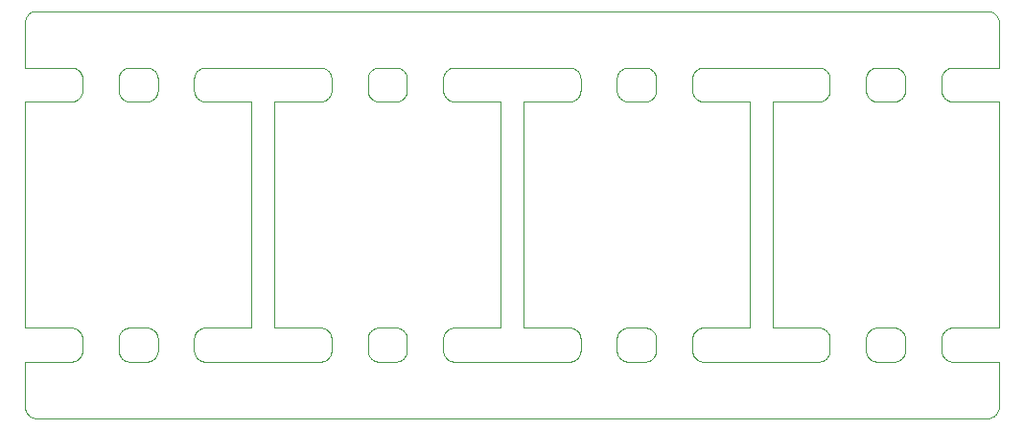
<source format=gm1>
G04 #@! TF.GenerationSoftware,KiCad,Pcbnew,(6.0.5)*
G04 #@! TF.CreationDate,2022-06-10T16:45:54+02:00*
G04 #@! TF.ProjectId,MicroMatrix_Panel,4d696372-6f4d-4617-9472-69785f50616e,1.1*
G04 #@! TF.SameCoordinates,Original*
G04 #@! TF.FileFunction,Profile,NP*
%FSLAX46Y46*%
G04 Gerber Fmt 4.6, Leading zero omitted, Abs format (unit mm)*
G04 Created by KiCad (PCBNEW (6.0.5)) date 2022-06-10 16:45:54*
%MOMM*%
%LPD*%
G01*
G04 APERTURE LIST*
G04 #@! TA.AperFunction,Profile*
%ADD10C,0.100000*%
G04 #@! TD*
G04 APERTURE END LIST*
D10*
X41125243Y-20001195D02*
X41173703Y-20004770D01*
X15168919Y-15444394D02*
X15124388Y-15518076D01*
X15162221Y-50545043D02*
X15175841Y-50565427D01*
X23271436Y-20892963D02*
X23277384Y-20844737D01*
X19626679Y-20166847D02*
X19666407Y-20194826D01*
X30500055Y-45904946D02*
X30456651Y-45883099D01*
X92166611Y-43095053D02*
X92210014Y-43116900D01*
X70538506Y-20400259D02*
X70566485Y-20439987D01*
X100085759Y-50995786D02*
X100110156Y-50993383D01*
X29938103Y-45107036D02*
X29934528Y-45058576D01*
X41810206Y-22674841D02*
X41776700Y-22710033D01*
X73975965Y-22297380D02*
X73963005Y-22250549D01*
X63841944Y-43361952D02*
X63871839Y-43400259D01*
X41364047Y-22957368D02*
X41317216Y-22970328D01*
X23491388Y-22638047D02*
X23461493Y-22599740D01*
X95975965Y-45297380D02*
X95963005Y-45250549D01*
X30333592Y-43194826D02*
X30373320Y-43166847D01*
X92508611Y-43361952D02*
X92538506Y-43400259D01*
X41666407Y-20194826D02*
X41704714Y-20224721D01*
X92732137Y-22058576D02*
X92728563Y-22107036D01*
X91888596Y-22989281D02*
X91840370Y-22995229D01*
X41543348Y-22883099D02*
X41499944Y-22904946D01*
X74826296Y-20004770D02*
X74874756Y-20001195D01*
X89833388Y-45904946D02*
X89789985Y-45883099D01*
X29952358Y-43796861D02*
X29963005Y-43749450D01*
X91791910Y-20001195D02*
X91840370Y-20004770D01*
X67407517Y-20481039D02*
X67433514Y-20439987D01*
X85925815Y-22518960D02*
X85899819Y-22560012D01*
X95933333Y-22009877D02*
X95933333Y-20990122D01*
X70333073Y-20194826D02*
X70371380Y-20224721D01*
X100993997Y-19999087D02*
X100998394Y-19995295D01*
X90208089Y-43001195D02*
X90256789Y-43000000D01*
X23591825Y-45743539D02*
X23556633Y-45710033D01*
X30074184Y-20481039D02*
X30100180Y-20439987D01*
X45628619Y-45775278D02*
X45591825Y-45743539D01*
X86024034Y-45297380D02*
X86008792Y-45343519D01*
X48252293Y-20140851D02*
X48293346Y-20166847D01*
X73952358Y-45203138D02*
X73944051Y-45155262D01*
X70728563Y-22107036D02*
X70722615Y-22155262D01*
X67491388Y-45638047D02*
X67461493Y-45599740D01*
X70616432Y-22476681D02*
X70592482Y-22518960D01*
X47888596Y-20010718D02*
X47936472Y-20019025D01*
X89628619Y-22775278D02*
X89591825Y-22743539D01*
X41626679Y-43166847D02*
X41666407Y-43194826D01*
X63076543Y-23000000D02*
X59012272Y-23000000D01*
X45461493Y-43400259D02*
X45491388Y-43361952D01*
X100780321Y-50624535D02*
X100831352Y-50555197D01*
X19455522Y-20075362D02*
X19499944Y-20095053D01*
X52158055Y-20361952D02*
X52189793Y-20325158D01*
X81012272Y-43000000D02*
X85076543Y-43000000D01*
X85626679Y-45833152D02*
X85585626Y-45859148D01*
X45628619Y-43224721D02*
X45666926Y-43194826D01*
X19949766Y-45476681D02*
X19925815Y-45518960D01*
X23383567Y-45476681D02*
X23361719Y-45433278D01*
X74456651Y-20116900D02*
X74500055Y-20095053D01*
X74544477Y-43075362D02*
X74589813Y-43057874D01*
X24159629Y-20004770D02*
X24208089Y-20001195D01*
X19543348Y-22883099D02*
X19499944Y-22904946D01*
X70566485Y-43439987D02*
X70592482Y-43481039D01*
X26030714Y-43042631D02*
X26076853Y-43057874D01*
X67267862Y-43941423D02*
X67271436Y-43892963D01*
X96074184Y-45518960D02*
X96050233Y-45476681D01*
X15617206Y-50923504D02*
X15698160Y-50952805D01*
X56995295Y-42998394D02*
X56999702Y-42992136D01*
X85364047Y-20042631D02*
X85410186Y-20057874D01*
X85991304Y-43611144D02*
X86008792Y-43656480D01*
X45491388Y-45638047D02*
X45461493Y-45599740D01*
X52456651Y-22883099D02*
X52414373Y-22859148D01*
X96730194Y-20019025D02*
X96778070Y-20010718D01*
X48371380Y-45775278D02*
X48333073Y-45805173D01*
X29975965Y-22297380D02*
X29963005Y-22250549D01*
X26443366Y-43289966D02*
X26476872Y-43325158D01*
X52028386Y-22433278D02*
X52008695Y-22388855D01*
X23285692Y-45203138D02*
X23277384Y-45155262D01*
X100634010Y-15227069D02*
X100555605Y-15168919D01*
X41410186Y-45942125D02*
X41364047Y-45957368D01*
X63949766Y-20523318D02*
X63971613Y-20566721D01*
X86036994Y-43749450D02*
X86047641Y-43796861D01*
X26076853Y-22942125D02*
X26030714Y-22957368D01*
X20024034Y-20702619D02*
X20036994Y-20749450D01*
X63455522Y-43075362D02*
X63499944Y-43095053D01*
X90159629Y-45995229D02*
X90111403Y-45989281D01*
X52295285Y-45775278D02*
X52258491Y-45743539D01*
X19810206Y-45674841D02*
X19776700Y-45710033D01*
X89266666Y-43990122D02*
X89267862Y-43941423D01*
X30295285Y-22775278D02*
X30258491Y-22743539D01*
X67969285Y-43042631D02*
X68016117Y-43029671D01*
X26566485Y-22560012D02*
X26538506Y-22599740D01*
X24208089Y-20001195D02*
X24256789Y-20000000D01*
X89969285Y-20042631D02*
X90016117Y-20029671D01*
X42061896Y-45107036D02*
X42055948Y-45155262D01*
X74223299Y-43289966D02*
X74258491Y-43256460D01*
X63585626Y-45859148D02*
X63543348Y-45883099D01*
X26371380Y-45775278D02*
X26333073Y-45805173D01*
X20047641Y-20796861D02*
X20055948Y-20844737D01*
X42024034Y-22297380D02*
X42008792Y-22343519D01*
X85173703Y-20004770D02*
X85221929Y-20010718D01*
X30373320Y-45833152D02*
X30333592Y-45805173D01*
X89789985Y-43116900D02*
X89833388Y-43095053D01*
X67267862Y-20941423D02*
X67271436Y-20892963D01*
X67877811Y-45924637D02*
X67833388Y-45904946D01*
X96456651Y-45883099D02*
X96414373Y-45859148D01*
X89706653Y-22833152D02*
X89666926Y-22805173D01*
X48566485Y-20439987D02*
X48592482Y-20481039D01*
X67266666Y-22009877D02*
X67266666Y-20990122D01*
X89407517Y-22518960D02*
X89383567Y-22476681D01*
X26030714Y-20042631D02*
X26076853Y-20057874D01*
X59004296Y-42998121D02*
X59012272Y-43000000D01*
X92443366Y-43289966D02*
X92476872Y-43325158D01*
X23877811Y-45924637D02*
X23833388Y-45904946D01*
X23923146Y-43057874D02*
X23969285Y-43042631D01*
X63776700Y-43289966D02*
X63810206Y-43325158D01*
X52008695Y-20611144D02*
X52028386Y-20566721D01*
X70252293Y-45859148D02*
X70210014Y-45883099D01*
X70566485Y-22560012D02*
X70538506Y-22599740D01*
X20065471Y-43941423D02*
X20066666Y-43990122D01*
X41317216Y-22970328D02*
X41269805Y-22980974D01*
X48030714Y-20042631D02*
X48076853Y-20057874D01*
X15539697Y-50887168D02*
X15617206Y-50923504D01*
X19410186Y-20057874D02*
X19455522Y-20075362D01*
X15528963Y-15118231D02*
X15454956Y-15162221D01*
X90063527Y-22980974D02*
X90016117Y-22970328D01*
X67591825Y-20256460D02*
X67628619Y-20224721D01*
X41173703Y-20004770D02*
X41221929Y-20010718D01*
X96544477Y-45924637D02*
X96500055Y-45904946D01*
X29975965Y-45297380D02*
X29963005Y-45250549D01*
X63666407Y-22805173D02*
X63626679Y-22833152D01*
X89789985Y-20116900D02*
X89833388Y-20095053D01*
X92703661Y-45250549D02*
X92690701Y-45297380D01*
X74923456Y-43000000D02*
X78987727Y-43000000D01*
X96333592Y-45805173D02*
X96295285Y-45775278D01*
X91936472Y-43019025D02*
X91983882Y-43029671D01*
X70566485Y-20439987D02*
X70592482Y-20481039D01*
X29934528Y-20941423D02*
X29938103Y-20892963D01*
X30074184Y-45518960D02*
X30050233Y-45476681D01*
X45407517Y-45518960D02*
X45383567Y-45476681D01*
X45309298Y-20702619D02*
X45324540Y-20656480D01*
X26728563Y-22107036D02*
X26722615Y-22155262D01*
X74414373Y-22859148D02*
X74373320Y-22833152D01*
X92657971Y-20611144D02*
X92675459Y-20656480D01*
X30778070Y-22989281D02*
X30730194Y-22980974D01*
X23628619Y-45775278D02*
X23591825Y-45743539D01*
X96258491Y-43256460D02*
X96295285Y-43224721D01*
X63871839Y-20400259D02*
X63899819Y-20439987D01*
X74874756Y-43001195D02*
X74923456Y-43000000D01*
X74128160Y-22599740D02*
X74100180Y-22560012D01*
X19949766Y-22476681D02*
X19925815Y-22518960D01*
X67666926Y-22805173D02*
X67628619Y-22775278D01*
X52373320Y-20166847D02*
X52414373Y-20140851D01*
X70443366Y-22710033D02*
X70408174Y-22743539D01*
X26076853Y-45942125D02*
X26030714Y-45957368D01*
X46256789Y-43000000D02*
X47743210Y-43000000D01*
X74258491Y-20256460D02*
X74295285Y-20224721D01*
X95933333Y-20990122D02*
X95934528Y-20941423D01*
X74544477Y-22924637D02*
X74500055Y-22904946D01*
X30258491Y-43256460D02*
X30295285Y-43224721D01*
X96158055Y-45638047D02*
X96128160Y-45599740D01*
X63543348Y-22883099D02*
X63499944Y-22904946D01*
X70722615Y-22155262D02*
X70714307Y-22203138D01*
X42066666Y-45009877D02*
X42065471Y-45058576D01*
X48122188Y-43075362D02*
X48166611Y-43095053D01*
X92476872Y-20325158D02*
X92508611Y-20361952D01*
X45591825Y-45743539D02*
X45556633Y-45710033D01*
X69888596Y-20010718D02*
X69936472Y-20019025D01*
X23706653Y-20166847D02*
X23747706Y-20140851D01*
X25983882Y-45970328D02*
X25936472Y-45980974D01*
X89267862Y-20941423D02*
X89271436Y-20892963D01*
X73944051Y-43844737D02*
X73952358Y-43796861D01*
X45628619Y-22775278D02*
X45591825Y-22743539D01*
X19899819Y-22560012D02*
X19871839Y-22599740D01*
X45383567Y-43523318D02*
X45407517Y-43481039D01*
X100182950Y-15017413D02*
X100097743Y-15005094D01*
X24111403Y-20010718D02*
X24159629Y-20004770D01*
X56999702Y-42992136D02*
X56999942Y-23009809D01*
X46111403Y-45989281D02*
X46063527Y-45980974D01*
X23433514Y-20439987D02*
X23461493Y-20400259D01*
X46208089Y-45998804D02*
X46159629Y-45995229D01*
X92616432Y-20523318D02*
X92638280Y-20566721D01*
X89461493Y-43400259D02*
X89491388Y-43361952D01*
X37000057Y-23009809D02*
X37000201Y-42991655D01*
X30258491Y-22743539D02*
X30223299Y-22710033D01*
X45433514Y-20439987D02*
X45461493Y-20400259D01*
X25743210Y-20000000D02*
X25791910Y-20001195D01*
X67277384Y-22155262D02*
X67271436Y-22107036D01*
X68208089Y-43001195D02*
X68256789Y-43000000D01*
X85925815Y-45518960D02*
X85899819Y-45560012D01*
X45271436Y-22107036D02*
X45267862Y-22058576D01*
X24159629Y-43004770D02*
X24208089Y-43001195D01*
X45747706Y-22859148D02*
X45706653Y-22833152D01*
X74500055Y-43095053D02*
X74544477Y-43075362D01*
X96128160Y-22599740D02*
X96100180Y-22560012D01*
X51952358Y-43796861D02*
X51963005Y-43749450D01*
X70722615Y-43844737D02*
X70728563Y-43892963D01*
X51963005Y-43749450D02*
X51975965Y-43702619D01*
X67666926Y-45805173D02*
X67628619Y-45775278D01*
X30730194Y-43019025D02*
X30778070Y-43010718D01*
X45591825Y-20256460D02*
X45628619Y-20224721D01*
X19971613Y-43566721D02*
X19991304Y-43611144D01*
X96158055Y-22638047D02*
X96128160Y-22599740D01*
X41585626Y-45859148D02*
X41543348Y-45883099D01*
X74295285Y-20224721D02*
X74333592Y-20194826D01*
X92690701Y-20702619D02*
X92703661Y-20749450D01*
X42061896Y-22107036D02*
X42055948Y-22155262D01*
X74028386Y-45433278D02*
X74008695Y-45388855D01*
X63899819Y-20439987D02*
X63925815Y-20481039D01*
X19410186Y-43057874D02*
X19455522Y-43075362D01*
X63971613Y-45433278D02*
X63949766Y-45476681D01*
X68256789Y-20000000D02*
X69743210Y-20000000D01*
X41971613Y-20566721D02*
X41991304Y-20611144D01*
X48538506Y-43400259D02*
X48566485Y-43439987D01*
X73938103Y-45107036D02*
X73934528Y-45058576D01*
X26592482Y-20481039D02*
X26616432Y-20523318D01*
X74923456Y-23000000D02*
X74874756Y-22998804D01*
X89324540Y-22343519D02*
X89309298Y-22297380D01*
X95952358Y-43796861D02*
X95963005Y-43749450D01*
X48714307Y-43796861D02*
X48722615Y-43844737D01*
X63776700Y-20289966D02*
X63810206Y-20325158D01*
X30258491Y-45743539D02*
X30223299Y-45710033D01*
X42008792Y-22343519D02*
X41991304Y-22388855D01*
X96682783Y-45970328D02*
X96635952Y-45957368D01*
X42036994Y-45250549D02*
X42024034Y-45297380D01*
X100993082Y-46000559D02*
X100987727Y-46000000D01*
X67833388Y-22904946D02*
X67789985Y-22883099D01*
X63626679Y-22833152D02*
X63585626Y-22859148D01*
X29991207Y-20656480D02*
X30008695Y-20611144D01*
X26122188Y-20075362D02*
X26166611Y-20095053D01*
X70076853Y-22942125D02*
X70030714Y-22957368D01*
X67591825Y-43256460D02*
X67628619Y-43224721D01*
X85173703Y-22995229D02*
X85125243Y-22998804D01*
X100959922Y-15721619D02*
X100952805Y-15698160D01*
X96826296Y-43004770D02*
X96874756Y-43001195D01*
X15518076Y-50875611D02*
X15539697Y-50887168D01*
X52295285Y-20224721D02*
X52333592Y-20194826D01*
X64047641Y-43796861D02*
X64055948Y-43844737D01*
X95952358Y-22203138D02*
X95944051Y-22155262D01*
X45296338Y-22250549D02*
X45285692Y-22203138D01*
X42047641Y-22203138D02*
X42036994Y-22250549D01*
X92252293Y-20140851D02*
X92293346Y-20166847D01*
X15454956Y-15162221D02*
X15434572Y-15175841D01*
X52028386Y-43566721D02*
X52050233Y-43523318D01*
X96128160Y-45599740D02*
X96100180Y-45560012D01*
X100382793Y-15076495D02*
X100301839Y-15047194D01*
X100987727Y-23000000D02*
X96923456Y-23000000D01*
X74295285Y-43224721D02*
X74333592Y-43194826D01*
X63841944Y-20361952D02*
X63871839Y-20400259D01*
X15444394Y-50831080D02*
X15518076Y-50875611D01*
X52500055Y-22904946D02*
X52456651Y-22883099D01*
X23666926Y-22805173D02*
X23628619Y-22775278D01*
X15434572Y-15175841D02*
X15356513Y-15235231D01*
X92732137Y-43941423D02*
X92733333Y-43990122D01*
X90208089Y-20001195D02*
X90256789Y-20000000D01*
X63666407Y-20194826D02*
X63704714Y-20224721D01*
X26371380Y-43224721D02*
X26408174Y-43256460D01*
X96333592Y-20194826D02*
X96373320Y-20166847D01*
X92728563Y-20892963D02*
X92732137Y-20941423D01*
X19364047Y-45957368D02*
X19317216Y-45970328D01*
X78999942Y-23009809D02*
X78996097Y-23002170D01*
X30158055Y-22638047D02*
X30128160Y-22599740D01*
X89433514Y-22560012D02*
X89407517Y-22518960D01*
X48166611Y-45904946D02*
X48122188Y-45924637D01*
X45266666Y-43990122D02*
X45267862Y-43941423D01*
X85704714Y-20224721D02*
X85741508Y-20256460D01*
X30414373Y-45859148D02*
X30373320Y-45833152D01*
X92408174Y-22743539D02*
X92371380Y-22775278D01*
X70371380Y-43224721D02*
X70408174Y-43256460D01*
X67266666Y-20990122D02*
X67267862Y-20941423D01*
X45433514Y-45560012D02*
X45407517Y-45518960D01*
X47791910Y-22998804D02*
X47743210Y-23000000D01*
X64036994Y-43749450D02*
X64047641Y-43796861D01*
X23461493Y-20400259D02*
X23491388Y-20361952D01*
X70210014Y-22883099D02*
X70166611Y-22904946D01*
X24016117Y-22970328D02*
X23969285Y-22957368D01*
X41499944Y-43095053D02*
X41543348Y-43116900D01*
X52258491Y-43256460D02*
X52295285Y-43224721D01*
X85125243Y-20001195D02*
X85173703Y-20004770D01*
X96414373Y-45859148D02*
X96373320Y-45833152D01*
X19899819Y-43439987D02*
X19925815Y-43481039D01*
X74008695Y-22388855D02*
X73991207Y-22343519D01*
X74028386Y-20566721D02*
X74050233Y-20523318D01*
X45461493Y-22599740D02*
X45433514Y-22560012D01*
X100999870Y-42991169D02*
X100999702Y-23007863D01*
X96074184Y-43481039D02*
X96100180Y-43439987D01*
X46016117Y-20029671D02*
X46063527Y-20019025D01*
X74874756Y-20001195D02*
X74923456Y-20000000D01*
X45789985Y-45883099D02*
X45747706Y-45859148D01*
X41499944Y-20095053D02*
X41543348Y-20116900D01*
X92566485Y-22560012D02*
X92538506Y-22599740D01*
X92076853Y-45942125D02*
X92030714Y-45957368D01*
X89309298Y-45297380D02*
X89296338Y-45250549D01*
X92408174Y-45743539D02*
X92371380Y-45775278D01*
X96028386Y-20566721D02*
X96050233Y-20523318D01*
X92733333Y-45009877D02*
X92732137Y-45058576D01*
X67296338Y-45250549D02*
X67285692Y-45203138D01*
X30682783Y-22970328D02*
X30635952Y-22957368D01*
X73975965Y-45297380D02*
X73963005Y-45250549D01*
X26476872Y-45674841D02*
X26443366Y-45710033D01*
X26732137Y-45058576D02*
X26728563Y-45107036D01*
X86055948Y-43844737D02*
X86061896Y-43892963D01*
X96100180Y-22560012D02*
X96074184Y-22518960D01*
X89383567Y-22476681D02*
X89361719Y-22433278D01*
X70166611Y-22904946D02*
X70122188Y-22924637D01*
X30544477Y-43075362D02*
X30589813Y-43057874D01*
X48030714Y-43042631D02*
X48076853Y-43057874D01*
X24208089Y-22998804D02*
X24159629Y-22995229D01*
X90016117Y-22970328D02*
X89969285Y-22957368D01*
X67266666Y-43990122D02*
X67267862Y-43941423D01*
X26252293Y-22859148D02*
X26210014Y-22883099D01*
X19585626Y-43140851D02*
X19626679Y-43166847D01*
X51944051Y-45155262D02*
X51938103Y-45107036D01*
X41173703Y-45995229D02*
X41125243Y-45998804D01*
X91743210Y-46000000D02*
X90256789Y-46000000D01*
X92333073Y-45805173D02*
X92293346Y-45833152D01*
X26728563Y-45107036D02*
X26722615Y-45155262D01*
X48166611Y-20095053D02*
X48210014Y-20116900D01*
X52874756Y-45998804D02*
X52826296Y-45995229D01*
X19317216Y-43029671D02*
X19364047Y-43042631D01*
X64047641Y-45203138D02*
X64036994Y-45250549D01*
X48076853Y-43057874D02*
X48122188Y-43075362D01*
X25743210Y-43000000D02*
X25791910Y-43001195D01*
X89277384Y-20844737D02*
X89285692Y-20796861D01*
X67267862Y-45058576D02*
X67266666Y-45009877D01*
X19810206Y-43325158D02*
X19841944Y-43361952D01*
X92592482Y-22518960D02*
X92566485Y-22560012D01*
X92722615Y-45155262D02*
X92714307Y-45203138D01*
X26252293Y-20140851D02*
X26293346Y-20166847D01*
X30189793Y-22674841D02*
X30158055Y-22638047D01*
X67324540Y-45343519D02*
X67309298Y-45297380D01*
X45666926Y-43194826D02*
X45706653Y-43166847D01*
X67309298Y-22297380D02*
X67296338Y-22250549D01*
X85455522Y-20075362D02*
X85499944Y-20095053D01*
X64061896Y-45107036D02*
X64055948Y-45155262D01*
X64008792Y-20656480D02*
X64024034Y-20702619D01*
X96500055Y-22904946D02*
X96456651Y-22883099D01*
X85741508Y-43256460D02*
X85776700Y-43289966D01*
X70638280Y-20566721D02*
X70657971Y-20611144D01*
X20036994Y-22250549D02*
X20024034Y-22297380D01*
X70690701Y-20702619D02*
X70703661Y-20749450D01*
X89591825Y-22743539D02*
X89556633Y-22710033D01*
X67591825Y-45743539D02*
X67556633Y-45710033D01*
X19269805Y-43019025D02*
X19317216Y-43029671D01*
X46111403Y-43010718D02*
X46159629Y-43004770D01*
X92252293Y-43140851D02*
X92293346Y-43166847D01*
X73963005Y-43749450D02*
X73975965Y-43702619D01*
X67285692Y-45203138D02*
X67277384Y-45155262D01*
X45266666Y-20990122D02*
X45267862Y-20941423D01*
X67361719Y-43566721D02*
X67383567Y-43523318D01*
X96635952Y-22957368D02*
X96589813Y-22942125D01*
X30100180Y-43439987D02*
X30128160Y-43400259D01*
X48675459Y-43656480D02*
X48690701Y-43702619D01*
X25840370Y-20004770D02*
X25888596Y-20010718D01*
X23267862Y-43941423D02*
X23271436Y-43892963D01*
X89591825Y-45743539D02*
X89556633Y-45710033D01*
X24016117Y-20029671D02*
X24063527Y-20019025D01*
X52730194Y-43019025D02*
X52778070Y-43010718D01*
X92476872Y-43325158D02*
X92508611Y-43361952D01*
X26508611Y-22638047D02*
X26476872Y-22674841D01*
X74074184Y-45518960D02*
X74050233Y-45476681D01*
X74258491Y-43256460D02*
X74295285Y-43224721D01*
X74826296Y-22995229D02*
X74778070Y-22989281D01*
X89383567Y-20523318D02*
X89407517Y-20481039D01*
X23877811Y-43075362D02*
X23923146Y-43057874D01*
X92293346Y-45833152D02*
X92252293Y-45859148D01*
X41871839Y-20400259D02*
X41899819Y-20439987D01*
X85991304Y-45388855D02*
X85971613Y-45433278D01*
X19269805Y-22980974D02*
X19221929Y-22989281D01*
X52333592Y-22805173D02*
X52295285Y-22775278D01*
X85585626Y-45859148D02*
X85543348Y-45883099D01*
X23923146Y-20057874D02*
X23969285Y-20042631D01*
X63871839Y-45599740D02*
X63841944Y-45638047D01*
X52589813Y-22942125D02*
X52544477Y-22924637D01*
X67309298Y-43702619D02*
X67324540Y-43656480D01*
X45833388Y-20095053D02*
X45877811Y-20075362D01*
X25936472Y-20019025D02*
X25983882Y-20029671D01*
X63076543Y-43000000D02*
X63125243Y-43001195D01*
X41741508Y-22743539D02*
X41704714Y-22775278D01*
X74456651Y-43116900D02*
X74500055Y-43095053D01*
X89361719Y-43566721D02*
X89383567Y-43523318D01*
X70675459Y-45343519D02*
X70657971Y-45388855D01*
X23407517Y-45518960D02*
X23383567Y-45476681D01*
X70076853Y-20057874D02*
X70122188Y-20075362D01*
X67491388Y-22638047D02*
X67461493Y-22599740D01*
X42024034Y-45297380D02*
X42008792Y-45343519D01*
X90159629Y-22995229D02*
X90111403Y-22989281D01*
X19499944Y-20095053D02*
X19543348Y-20116900D01*
X100460302Y-15112831D02*
X100382793Y-15076495D01*
X19317216Y-20029671D02*
X19364047Y-20042631D01*
X30050233Y-43523318D02*
X30074184Y-43481039D01*
X89309298Y-22297380D02*
X89296338Y-22250549D01*
X30682783Y-45970328D02*
X30635952Y-45957368D01*
X89271436Y-45107036D02*
X89267862Y-45058576D01*
X67324540Y-20656480D02*
X67342028Y-20611144D01*
X46111403Y-20010718D02*
X46159629Y-20004770D01*
X45556633Y-45710033D02*
X45523127Y-45674841D01*
X23556633Y-22710033D02*
X23523127Y-22674841D01*
X26408174Y-20256460D02*
X26443366Y-20289966D01*
X63221929Y-22989281D02*
X63173703Y-22995229D01*
X96050233Y-45476681D02*
X96028386Y-45433278D01*
X100999440Y-46006917D02*
X100997188Y-46003159D01*
X74223299Y-20289966D02*
X74258491Y-20256460D01*
X23266666Y-22009877D02*
X23266666Y-20990122D01*
X67407517Y-45518960D02*
X67383567Y-45476681D01*
X67789985Y-22883099D02*
X67747706Y-22859148D01*
X26333073Y-43194826D02*
X26371380Y-43224721D01*
X23296338Y-20749450D02*
X23309298Y-20702619D01*
X96778070Y-45989281D02*
X96730194Y-45980974D01*
X23556633Y-20289966D02*
X23591825Y-20256460D01*
X23628619Y-20224721D02*
X23666926Y-20194826D01*
X46256789Y-23000000D02*
X46208089Y-22998804D01*
X100831352Y-50555197D02*
X100881537Y-50471469D01*
X85810206Y-45674841D02*
X85776700Y-45710033D01*
X63741508Y-20256460D02*
X63776700Y-20289966D01*
X63173703Y-22995229D02*
X63125243Y-22998804D01*
X92714307Y-22203138D02*
X92703661Y-22250549D01*
X48703661Y-45250549D02*
X48690701Y-45297380D01*
X86008792Y-43656480D02*
X86024034Y-43702619D01*
X69840370Y-20004770D02*
X69888596Y-20010718D01*
X23491388Y-43361952D02*
X23523127Y-43325158D01*
X91983882Y-45970328D02*
X91936472Y-45980974D01*
X69791910Y-43001195D02*
X69840370Y-43004770D01*
X74050233Y-20523318D02*
X74074184Y-20481039D01*
X85499944Y-45904946D02*
X85455522Y-45924637D01*
X70443366Y-43289966D02*
X70476872Y-43325158D01*
X95934528Y-43941423D02*
X95938103Y-43892963D01*
X23309298Y-22297380D02*
X23296338Y-22250549D01*
X52414373Y-22859148D02*
X52373320Y-22833152D01*
X67433514Y-45560012D02*
X67407517Y-45518960D01*
X23271436Y-43892963D02*
X23277384Y-43844737D01*
X45523127Y-20325158D02*
X45556633Y-20289966D01*
X69936472Y-22980974D02*
X69888596Y-22989281D01*
X52682783Y-20029671D02*
X52730194Y-20019025D01*
X85317216Y-20029671D02*
X85364047Y-20042631D01*
X30589813Y-43057874D02*
X30635952Y-43042631D01*
X41221929Y-22989281D02*
X41173703Y-22995229D01*
X41899819Y-22560012D02*
X41871839Y-22599740D01*
X89277384Y-22155262D02*
X89271436Y-22107036D01*
X86024034Y-20702619D02*
X86036994Y-20749450D01*
X70657971Y-20611144D02*
X70675459Y-20656480D01*
X20047641Y-43796861D02*
X20055948Y-43844737D01*
X45556633Y-20289966D02*
X45591825Y-20256460D01*
X20061896Y-45107036D02*
X20055948Y-45155262D01*
X95963005Y-20749450D02*
X95975965Y-20702619D01*
X46208089Y-43001195D02*
X46256789Y-43000000D01*
X45877811Y-45924637D02*
X45833388Y-45904946D01*
X25936472Y-43019025D02*
X25983882Y-43029671D01*
X85543348Y-22883099D02*
X85499944Y-22904946D01*
X100698013Y-15284651D02*
X100634010Y-15227069D01*
X41455522Y-45924637D02*
X41410186Y-45942125D01*
X30028386Y-43566721D02*
X30050233Y-43523318D01*
X51991207Y-43656480D02*
X52008695Y-43611144D01*
X89628619Y-20224721D02*
X89666926Y-20194826D01*
X29991207Y-43656480D02*
X30008695Y-43611144D01*
X74635952Y-22957368D02*
X74589813Y-22942125D01*
X30189793Y-45674841D02*
X30158055Y-45638047D01*
X92675459Y-22343519D02*
X92657971Y-22388855D01*
X19776700Y-45710033D02*
X19741508Y-45743539D01*
X70122188Y-22924637D02*
X70076853Y-22942125D01*
X95975965Y-20702619D02*
X95991207Y-20656480D01*
X42036994Y-43749450D02*
X42047641Y-43796861D01*
X85704714Y-45775278D02*
X85666407Y-45805173D01*
X47791910Y-45998804D02*
X47743210Y-46000000D01*
X63076543Y-46000000D02*
X52923456Y-46000000D01*
X63741508Y-22743539D02*
X63704714Y-22775278D01*
X26732137Y-22058576D02*
X26728563Y-22107036D01*
X19810206Y-22674841D02*
X19776700Y-22710033D01*
X26675459Y-22343519D02*
X26657971Y-22388855D01*
X48592482Y-22518960D02*
X48566485Y-22560012D01*
X92638280Y-22433278D02*
X92616432Y-22476681D01*
X67266666Y-45009877D02*
X67266666Y-43990122D01*
X96544477Y-43075362D02*
X96589813Y-43057874D01*
X30923456Y-46000000D02*
X30874756Y-45998804D01*
X89491388Y-45638047D02*
X89461493Y-45599740D01*
X91888596Y-45989281D02*
X91840370Y-45995229D01*
X45923146Y-20057874D02*
X45969285Y-20042631D01*
X30500055Y-43095053D02*
X30544477Y-43075362D01*
X85741508Y-22743539D02*
X85704714Y-22775278D01*
X30826296Y-20004770D02*
X30874756Y-20001195D01*
X30923456Y-23000000D02*
X30874756Y-22998804D01*
X67923146Y-43057874D02*
X67969285Y-43042631D01*
X70722615Y-20844737D02*
X70728563Y-20892963D01*
X41173703Y-22995229D02*
X41125243Y-22998804D01*
X63499944Y-45904946D02*
X63455522Y-45924637D01*
X85871839Y-43400259D02*
X85899819Y-43439987D01*
X51933333Y-22009877D02*
X51933333Y-20990122D01*
X51933333Y-20990122D02*
X51934528Y-20941423D01*
X45309298Y-45297380D02*
X45296338Y-45250549D01*
X23361719Y-45433278D02*
X23342028Y-45388855D01*
X20066666Y-45009877D02*
X20065471Y-45058576D01*
X70616432Y-45476681D02*
X70592482Y-45518960D01*
X45433514Y-22560012D02*
X45407517Y-22518960D01*
X89556633Y-45710033D02*
X89523127Y-45674841D01*
X19991304Y-45388855D02*
X19971613Y-45433278D01*
X45969285Y-20042631D02*
X46016117Y-20029671D01*
X48333073Y-20194826D02*
X48371380Y-20224721D01*
X69983882Y-45970328D02*
X69936472Y-45980974D01*
X42055948Y-20844737D02*
X42061896Y-20892963D01*
X51938103Y-22107036D02*
X51934528Y-22058576D01*
X90063527Y-43019025D02*
X90111403Y-43010718D01*
X45361719Y-22433278D02*
X45342028Y-22388855D01*
X41221929Y-45989281D02*
X41173703Y-45995229D01*
X67277384Y-20844737D02*
X67285692Y-20796861D01*
X96128160Y-43400259D02*
X96158055Y-43361952D01*
X63125243Y-22998804D02*
X63076543Y-23000000D01*
X30128160Y-45599740D02*
X30100180Y-45560012D01*
X23266666Y-43990122D02*
X23267862Y-43941423D01*
X30730194Y-22980974D02*
X30682783Y-22970328D01*
X73934528Y-20941423D02*
X73938103Y-20892963D01*
X46016117Y-43029671D02*
X46063527Y-43019025D01*
X26722615Y-22155262D02*
X26714307Y-22203138D01*
X23666926Y-43194826D02*
X23706653Y-43166847D01*
X74635952Y-43042631D02*
X74682783Y-43029671D01*
X15284651Y-50698013D02*
X15301986Y-50715348D01*
X19871839Y-45599740D02*
X19841944Y-45638047D01*
X96158055Y-43361952D02*
X96189793Y-43325158D01*
X41666407Y-22805173D02*
X41626679Y-22833152D01*
X19991304Y-43611144D02*
X20008792Y-43656480D01*
X15012272Y-23000000D02*
X15004296Y-23001878D01*
X41221929Y-20010718D02*
X41269805Y-20019025D01*
X85076543Y-23000000D02*
X81012272Y-23000000D01*
X41585626Y-43140851D02*
X41626679Y-43166847D01*
X26733333Y-43990122D02*
X26733333Y-45009877D01*
X67342028Y-22388855D02*
X67324540Y-22343519D01*
X30008695Y-20611144D02*
X30028386Y-20566721D01*
X48657971Y-20611144D02*
X48675459Y-20656480D01*
X67747706Y-45859148D02*
X67706653Y-45833152D01*
X20055948Y-22155262D02*
X20047641Y-22203138D01*
X96008695Y-45388855D02*
X95991207Y-45343519D01*
X67285692Y-20796861D02*
X67296338Y-20749450D01*
X47743210Y-43000000D02*
X47791910Y-43001195D01*
X74589813Y-45942125D02*
X74544477Y-45924637D01*
X92703661Y-43749450D02*
X92714307Y-43796861D01*
X26703661Y-20749450D02*
X26714307Y-20796861D01*
X68256789Y-23000000D02*
X68208089Y-22998804D01*
X63925815Y-43481039D02*
X63949766Y-43523318D01*
X15793005Y-50977803D02*
X15817049Y-50982586D01*
X26122188Y-22924637D02*
X26076853Y-22942125D01*
X89433514Y-43439987D02*
X89461493Y-43400259D01*
X52874756Y-43001195D02*
X52923456Y-43000000D01*
X23877811Y-20075362D02*
X23923146Y-20057874D01*
X26616432Y-20523318D02*
X26638280Y-20566721D01*
X19704714Y-45775278D02*
X19666407Y-45805173D01*
X89324540Y-20656480D02*
X89342028Y-20611144D01*
X89666926Y-45805173D02*
X89628619Y-45775278D01*
X74008695Y-45388855D02*
X73991207Y-45343519D01*
X41871839Y-45599740D02*
X41841944Y-45638047D01*
X45267862Y-45058576D02*
X45266666Y-45009877D01*
X74100180Y-43439987D02*
X74128160Y-43400259D01*
X100995295Y-23001605D02*
X100987727Y-23000000D01*
X63499944Y-43095053D02*
X63543348Y-43116900D01*
X85899819Y-43439987D02*
X85925815Y-43481039D01*
X26333073Y-45805173D02*
X26293346Y-45833152D01*
X70443366Y-45710033D02*
X70408174Y-45743539D01*
X85221929Y-22989281D02*
X85173703Y-22995229D01*
X51963005Y-22250549D02*
X51952358Y-22203138D01*
X20036994Y-45250549D02*
X20024034Y-45297380D01*
X96258491Y-20256460D02*
X96295285Y-20224721D01*
X89285692Y-20796861D02*
X89296338Y-20749450D01*
X85841944Y-20361952D02*
X85871839Y-20400259D01*
X42047641Y-45203138D02*
X42036994Y-45250549D01*
X52778070Y-45989281D02*
X52730194Y-45980974D01*
X23433514Y-43439987D02*
X23461493Y-43400259D01*
X52544477Y-20075362D02*
X52589813Y-20057874D01*
X89342028Y-20611144D02*
X89361719Y-20566721D01*
X85125243Y-43001195D02*
X85173703Y-43004770D01*
X70616432Y-43523318D02*
X70638280Y-43566721D01*
X68159629Y-20004770D02*
X68208089Y-20001195D01*
X19841944Y-20361952D02*
X19871839Y-20400259D01*
X45666926Y-20194826D02*
X45706653Y-20166847D01*
X30826296Y-43004770D02*
X30874756Y-43001195D01*
X34987727Y-23000000D02*
X30923456Y-23000000D01*
X48166611Y-22904946D02*
X48122188Y-22924637D01*
X45271436Y-45107036D02*
X45267862Y-45058576D01*
X26210014Y-20116900D02*
X26252293Y-20140851D01*
X74074184Y-20481039D02*
X74100180Y-20439987D01*
X92616432Y-45476681D02*
X92592482Y-45518960D01*
X30544477Y-22924637D02*
X30500055Y-22904946D01*
X26675459Y-45343519D02*
X26657971Y-45388855D01*
X92703661Y-20749450D02*
X92714307Y-20796861D01*
X41626679Y-45833152D02*
X41585626Y-45859148D01*
X52189793Y-43325158D02*
X52223299Y-43289966D01*
X73991207Y-43656480D02*
X74008695Y-43611144D01*
X96874756Y-43001195D02*
X96923456Y-43000000D01*
X86055948Y-22155262D02*
X86047641Y-22203138D01*
X20065471Y-45058576D02*
X20061896Y-45107036D01*
X19871839Y-20400259D02*
X19899819Y-20439987D01*
X52008695Y-22388855D02*
X51991207Y-22343519D01*
X52456651Y-43116900D02*
X52500055Y-43095053D01*
X48371380Y-22775278D02*
X48333073Y-22805173D01*
X45706653Y-43166847D02*
X45747706Y-43140851D01*
X70408174Y-20256460D02*
X70443366Y-20289966D01*
X70166611Y-45904946D02*
X70122188Y-45924637D01*
X26592482Y-43481039D02*
X26616432Y-43523318D01*
X67271436Y-22107036D02*
X67267862Y-22058576D01*
X34999702Y-42992136D02*
X34999942Y-23009809D01*
X24256789Y-43000000D02*
X25743210Y-43000000D01*
X89833388Y-43095053D02*
X89877811Y-43075362D01*
X48443366Y-20289966D02*
X48476872Y-20325158D01*
X70508611Y-43361952D02*
X70538506Y-43400259D01*
X45285692Y-43796861D02*
X45296338Y-43749450D01*
X74074184Y-43481039D02*
X74100180Y-43439987D01*
X64065471Y-22058576D02*
X64061896Y-22107036D01*
X26293346Y-20166847D02*
X26333073Y-20194826D01*
X52589813Y-43057874D02*
X52635952Y-43042631D01*
X70703661Y-45250549D02*
X70690701Y-45297380D01*
X92030714Y-43042631D02*
X92076853Y-43057874D01*
X47936472Y-22980974D02*
X47888596Y-22989281D01*
X100097743Y-15005094D02*
X99987727Y-15000000D01*
X91743210Y-43000000D02*
X91791910Y-43001195D01*
X26703661Y-22250549D02*
X26690701Y-22297380D01*
X48252293Y-43140851D02*
X48293346Y-43166847D01*
X23361719Y-43566721D02*
X23383567Y-43523318D01*
X45556633Y-22710033D02*
X45523127Y-22674841D01*
X95991207Y-20656480D02*
X96008695Y-20611144D01*
X51991207Y-20656480D02*
X52008695Y-20611144D01*
X73933333Y-22009877D02*
X73933333Y-20990122D01*
X30100180Y-45560012D02*
X30074184Y-45518960D01*
X41949766Y-22476681D02*
X41925815Y-22518960D01*
X41810206Y-20325158D02*
X41841944Y-20361952D01*
X45923146Y-45942125D02*
X45877811Y-45924637D01*
X26408174Y-43256460D02*
X26443366Y-43289966D01*
X85841944Y-45638047D02*
X85810206Y-45674841D01*
X64055948Y-43844737D02*
X64061896Y-43892963D01*
X67361719Y-20566721D02*
X67383567Y-20523318D01*
X73952358Y-20796861D02*
X73963005Y-20749450D01*
X52189793Y-20325158D02*
X52223299Y-20289966D01*
X92675459Y-20656480D02*
X92690701Y-20702619D01*
X96333592Y-43194826D02*
X96373320Y-43166847D01*
X19741508Y-20256460D02*
X19776700Y-20289966D01*
X26371380Y-20224721D02*
X26408174Y-20256460D01*
X96778070Y-43010718D02*
X96826296Y-43004770D01*
X52028386Y-45433278D02*
X52008695Y-45388855D01*
X92476872Y-45674841D02*
X92443366Y-45710033D01*
X19626679Y-45833152D02*
X19585626Y-45859148D01*
X78987727Y-43000000D02*
X78995295Y-42998394D01*
X26210014Y-43116900D02*
X26252293Y-43140851D01*
X30544477Y-45924637D02*
X30500055Y-45904946D01*
X68111403Y-43010718D02*
X68159629Y-43004770D01*
X23969285Y-20042631D02*
X24016117Y-20029671D01*
X26657971Y-20611144D02*
X26675459Y-20656480D01*
X92508611Y-20361952D02*
X92538506Y-20400259D01*
X26408174Y-22743539D02*
X26371380Y-22775278D01*
X19971613Y-45433278D02*
X19949766Y-45476681D01*
X46208089Y-20001195D02*
X46256789Y-20000000D01*
X100998394Y-19995295D02*
X101000000Y-19987727D01*
X63221929Y-43010718D02*
X63269805Y-43019025D01*
X46256789Y-46000000D02*
X46208089Y-45998804D01*
X73933333Y-43990122D02*
X73934528Y-43941423D01*
X67342028Y-20611144D02*
X67361719Y-20566721D01*
X74414373Y-45859148D02*
X74373320Y-45833152D01*
X48476872Y-45674841D02*
X48443366Y-45710033D01*
X95934528Y-22058576D02*
X95933333Y-22009877D01*
X95952358Y-20796861D02*
X95963005Y-20749450D01*
X85871839Y-20400259D02*
X85899819Y-20439987D01*
X64065471Y-20941423D02*
X64066666Y-20990122D01*
X52635952Y-45957368D02*
X52589813Y-45942125D01*
X92690701Y-22297380D02*
X92675459Y-22343519D01*
X52258491Y-20256460D02*
X52295285Y-20224721D01*
X47888596Y-43010718D02*
X47936472Y-43019025D01*
X74373320Y-20166847D02*
X74414373Y-20140851D01*
X45285692Y-20796861D02*
X45296338Y-20749450D01*
X96414373Y-22859148D02*
X96373320Y-22833152D01*
X19704714Y-43224721D02*
X19741508Y-43256460D01*
X56987727Y-23000000D02*
X52923456Y-23000000D01*
X48638280Y-43566721D02*
X48657971Y-43611144D01*
X100555605Y-15168919D02*
X100481923Y-15124388D01*
X52923456Y-23000000D02*
X52874756Y-22998804D01*
X23461493Y-43400259D02*
X23491388Y-43361952D01*
X70030714Y-20042631D02*
X70076853Y-20057874D01*
X47983882Y-45970328D02*
X47936472Y-45980974D01*
X67461493Y-20400259D02*
X67491388Y-20361952D01*
X23296338Y-43749450D02*
X23309298Y-43702619D01*
X41125243Y-45998804D02*
X41076543Y-46000000D01*
X30778070Y-45989281D02*
X30730194Y-45980974D01*
X30414373Y-22859148D02*
X30373320Y-22833152D01*
X92566485Y-45560012D02*
X92538506Y-45599740D01*
X24016117Y-43029671D02*
X24063527Y-43019025D01*
X89407517Y-43481039D02*
X89433514Y-43439987D01*
X41410186Y-20057874D02*
X41455522Y-20075362D01*
X37004296Y-42998121D02*
X37012272Y-43000000D01*
X20024034Y-43702619D02*
X20036994Y-43749450D01*
X45706653Y-22833152D02*
X45666926Y-22805173D01*
X100994905Y-50097743D02*
X101000000Y-49987727D01*
X26638280Y-43566721D02*
X26657971Y-43611144D01*
X41776700Y-43289966D02*
X41810206Y-43325158D01*
X34999942Y-23009809D02*
X34996097Y-23002170D01*
X15914240Y-15004213D02*
X15817049Y-15017413D01*
X45383567Y-45476681D02*
X45361719Y-45433278D01*
X64008792Y-22343519D02*
X63991304Y-22388855D01*
X19585626Y-22859148D02*
X19543348Y-22883099D01*
X67789985Y-20116900D02*
X67833388Y-20095053D01*
X23285692Y-22203138D02*
X23277384Y-22155262D01*
X69983882Y-43029671D02*
X70030714Y-43042631D01*
X85455522Y-43075362D02*
X85499944Y-43095053D01*
X85899819Y-45560012D02*
X85871839Y-45599740D01*
X34987727Y-43000000D02*
X34995295Y-42998394D01*
X15019561Y-50195271D02*
X15040077Y-50278380D01*
X15000057Y-19990190D02*
X15003902Y-19997829D01*
X23833388Y-45904946D02*
X23789985Y-45883099D01*
X48122188Y-20075362D02*
X48166611Y-20095053D01*
X70703661Y-20749450D02*
X70714307Y-20796861D01*
X68063527Y-20019025D02*
X68111403Y-20010718D01*
X48638280Y-45433278D02*
X48616432Y-45476681D01*
X90159629Y-43004770D02*
X90208089Y-43001195D01*
X26508611Y-45638047D02*
X26476872Y-45674841D01*
X23277384Y-43844737D02*
X23285692Y-43796861D01*
X70538506Y-22599740D02*
X70508611Y-22638047D01*
X70703661Y-22250549D02*
X70690701Y-22297380D01*
X67271436Y-43892963D02*
X67277384Y-43844737D01*
X20061896Y-20892963D02*
X20065471Y-20941423D01*
X81003902Y-23002170D02*
X81000057Y-23009809D01*
X96050233Y-20523318D02*
X96074184Y-20481039D01*
X46063527Y-20019025D02*
X46111403Y-20010718D01*
X67433514Y-22560012D02*
X67407517Y-22518960D01*
X85810206Y-20325158D02*
X85841944Y-20361952D01*
X47791910Y-20001195D02*
X47840370Y-20004770D01*
X52373320Y-45833152D02*
X52333592Y-45805173D01*
X52635952Y-22957368D02*
X52589813Y-22942125D01*
X26076853Y-20057874D02*
X26122188Y-20075362D01*
X70703661Y-43749450D02*
X70714307Y-43796861D01*
X23342028Y-20611144D02*
X23361719Y-20566721D01*
X23628619Y-43224721D02*
X23666926Y-43194826D01*
X73934528Y-22058576D02*
X73933333Y-22009877D01*
X23789985Y-43116900D02*
X23833388Y-43095053D01*
X30682783Y-43029671D02*
X30730194Y-43019025D01*
X26476872Y-22674841D02*
X26443366Y-22710033D01*
X86036994Y-22250549D02*
X86024034Y-22297380D01*
X85841944Y-43361952D02*
X85871839Y-43400259D01*
X15292934Y-15293281D02*
X15227069Y-15365989D01*
X52826296Y-45995229D02*
X52778070Y-45989281D01*
X19949766Y-43523318D02*
X19971613Y-43566721D01*
X48166611Y-43095053D02*
X48210014Y-43116900D01*
X29963005Y-45250549D02*
X29952358Y-45203138D01*
X67923146Y-45942125D02*
X67877811Y-45924637D01*
X45877811Y-20075362D02*
X45923146Y-20057874D01*
X74050233Y-43523318D02*
X74074184Y-43481039D01*
X48476872Y-20325158D02*
X48508611Y-20361952D01*
X67628619Y-43224721D02*
X67666926Y-43194826D01*
X101000000Y-49987727D02*
X101000000Y-46012272D01*
X92210014Y-20116900D02*
X92252293Y-20140851D01*
X23383567Y-43523318D02*
X23407517Y-43481039D01*
X74100180Y-22560012D02*
X74074184Y-22518960D01*
X24063527Y-20019025D02*
X24111403Y-20010718D01*
X52189793Y-22674841D02*
X52158055Y-22638047D01*
X90111403Y-45989281D02*
X90063527Y-45980974D01*
X89285692Y-22203138D02*
X89277384Y-22155262D01*
X90208089Y-22998804D02*
X90159629Y-22995229D01*
X47840370Y-22995229D02*
X47791910Y-22998804D01*
X48703661Y-22250549D02*
X48690701Y-22297380D01*
X41899819Y-45560012D02*
X41871839Y-45599740D01*
X63899819Y-43439987D02*
X63925815Y-43481039D01*
X74189793Y-45674841D02*
X74158055Y-45638047D01*
X23433514Y-45560012D02*
X23407517Y-45518960D01*
X19173703Y-43004770D02*
X19221929Y-43010718D01*
X45969285Y-22957368D02*
X45923146Y-22942125D01*
X70443366Y-20289966D02*
X70476872Y-20325158D01*
X48030714Y-45957368D02*
X47983882Y-45970328D01*
X91936472Y-45980974D02*
X91888596Y-45989281D01*
X70592482Y-43481039D02*
X70616432Y-43523318D01*
X96295285Y-43224721D02*
X96333592Y-43194826D01*
X45296338Y-45250549D02*
X45285692Y-45203138D01*
X45342028Y-22388855D02*
X45324540Y-22343519D01*
X48538506Y-45599740D02*
X48508611Y-45638047D01*
X30826296Y-45995229D02*
X30778070Y-45989281D01*
X70408174Y-45743539D02*
X70371380Y-45775278D01*
X48333073Y-45805173D02*
X48293346Y-45833152D01*
X45666926Y-22805173D02*
X45628619Y-22775278D01*
X74373320Y-45833152D02*
X74333592Y-45805173D01*
X96223299Y-43289966D02*
X96258491Y-43256460D01*
X48714307Y-45203138D02*
X48703661Y-45250549D01*
X96826296Y-22995229D02*
X96778070Y-22989281D01*
X19666407Y-45805173D02*
X19626679Y-45833152D01*
X85317216Y-22970328D02*
X85269805Y-22980974D01*
X48443366Y-45710033D02*
X48408174Y-45743539D01*
X100565427Y-50824158D02*
X100634389Y-50772619D01*
X86036994Y-45250549D02*
X86024034Y-45297380D01*
X70371380Y-22775278D02*
X70333073Y-22805173D01*
X70690701Y-22297380D02*
X70675459Y-22343519D01*
X51934528Y-45058576D02*
X51933333Y-45009877D01*
X67285692Y-22203138D02*
X67277384Y-22155262D01*
X74826296Y-45995229D02*
X74778070Y-45989281D01*
X89266666Y-22009877D02*
X89266666Y-20990122D01*
X89407517Y-45518960D02*
X89383567Y-45476681D01*
X101000000Y-46012272D02*
X100999440Y-46006917D01*
X48333073Y-43194826D02*
X48371380Y-43224721D01*
X19364047Y-22957368D02*
X19317216Y-22970328D01*
X30730194Y-45980974D02*
X30682783Y-45970328D01*
X96682783Y-43029671D02*
X96730194Y-43019025D01*
X63221929Y-20010718D02*
X63269805Y-20019025D01*
X30544477Y-20075362D02*
X30589813Y-20057874D01*
X100634389Y-50772619D02*
X100698013Y-50715348D01*
X73975965Y-20702619D02*
X73991207Y-20656480D01*
X70714307Y-45203138D02*
X70703661Y-45250549D01*
X64055948Y-22155262D02*
X64047641Y-22203138D01*
X45267862Y-22058576D02*
X45266666Y-22009877D01*
X19626679Y-22833152D02*
X19585626Y-22859148D01*
X85871839Y-22599740D02*
X85841944Y-22638047D01*
X91743210Y-20000000D02*
X91791910Y-20001195D01*
X45591825Y-43256460D02*
X45628619Y-43224721D01*
X63776700Y-22710033D02*
X63741508Y-22743539D01*
X41666407Y-43194826D02*
X41704714Y-43224721D01*
X19776700Y-22710033D02*
X19741508Y-22743539D01*
X48252293Y-45859148D02*
X48210014Y-45883099D01*
X92443366Y-22710033D02*
X92408174Y-22743539D01*
X19991304Y-22388855D02*
X19971613Y-22433278D01*
X52258491Y-22743539D02*
X52223299Y-22710033D01*
X96295285Y-20224721D02*
X96333592Y-20194826D01*
X41704714Y-43224721D02*
X41741508Y-43256460D01*
X47888596Y-45989281D02*
X47840370Y-45995229D01*
X91888596Y-43010718D02*
X91936472Y-43019025D01*
X74008695Y-43611144D02*
X74028386Y-43566721D01*
X30223299Y-20289966D02*
X30258491Y-20256460D01*
X89271436Y-20892963D02*
X89277384Y-20844737D01*
X69983882Y-20029671D02*
X70030714Y-20042631D01*
X37012272Y-23000000D02*
X37003902Y-23002170D01*
X100301839Y-15047194D02*
X100278380Y-15040077D01*
X25936472Y-45980974D02*
X25888596Y-45989281D01*
X26690701Y-45297380D02*
X26675459Y-45343519D01*
X85741508Y-45743539D02*
X85704714Y-45775278D01*
X99987727Y-51000000D02*
X100085759Y-50995786D01*
X52100180Y-22560012D02*
X52074184Y-22518960D01*
X92722615Y-43844737D02*
X92728563Y-43892963D01*
X100952805Y-15698160D02*
X100923504Y-15617206D01*
X85991304Y-22388855D02*
X85971613Y-22433278D01*
X100772930Y-15365989D02*
X100715348Y-15301986D01*
X92566485Y-43439987D02*
X92592482Y-43481039D01*
X52074184Y-20481039D02*
X52100180Y-20439987D01*
X45383567Y-20523318D02*
X45407517Y-20481039D01*
X48657971Y-22388855D02*
X48638280Y-22433278D01*
X23277384Y-20844737D02*
X23285692Y-20796861D01*
X63585626Y-43140851D02*
X63626679Y-43166847D01*
X30635952Y-20042631D02*
X30682783Y-20029671D01*
X67833388Y-45904946D02*
X67789985Y-45883099D01*
X23296338Y-45250549D02*
X23285692Y-45203138D01*
X26166611Y-20095053D02*
X26210014Y-20116900D01*
X89285692Y-43796861D02*
X89296338Y-43749450D01*
X63269805Y-45980974D02*
X63221929Y-45989281D01*
X42008792Y-43656480D02*
X42024034Y-43702619D01*
X30923456Y-43000000D02*
X34987727Y-43000000D01*
X100481923Y-50875611D02*
X100565427Y-50824158D01*
X96589813Y-20057874D02*
X96635952Y-20042631D01*
X15076495Y-50382793D02*
X15118231Y-50471036D01*
X100881537Y-50471469D02*
X100923504Y-50382793D01*
X89309298Y-43702619D02*
X89324540Y-43656480D01*
X64066666Y-20990122D02*
X64066666Y-22009877D01*
X68063527Y-22980974D02*
X68016117Y-22970328D01*
X52826296Y-22995229D02*
X52778070Y-22989281D01*
X42061896Y-20892963D02*
X42065471Y-20941423D01*
X69840370Y-43004770D02*
X69888596Y-43010718D01*
X100698013Y-50715348D02*
X100764768Y-50643486D01*
X69743210Y-23000000D02*
X68256789Y-23000000D01*
X29933333Y-22009877D02*
X29933333Y-20990122D01*
X70722615Y-45155262D02*
X70714307Y-45203138D01*
X51975965Y-45297380D02*
X51963005Y-45250549D01*
X42066666Y-22009877D02*
X42065471Y-22058576D01*
X89923146Y-20057874D02*
X89969285Y-20042631D01*
X41666407Y-45805173D02*
X41626679Y-45833152D01*
X96295285Y-22775278D02*
X96258491Y-22743539D01*
X100987727Y-20000000D02*
X100993997Y-19999087D01*
X89747706Y-45859148D02*
X89706653Y-45833152D01*
X41841944Y-45638047D02*
X41810206Y-45674841D01*
X70714307Y-22203138D02*
X70703661Y-22250549D01*
X47791910Y-43001195D02*
X47840370Y-43004770D01*
X15043279Y-15710038D02*
X15019465Y-15805209D01*
X96050233Y-22476681D02*
X96028386Y-22433278D01*
X23267862Y-22058576D02*
X23266666Y-22009877D01*
X100952805Y-50301839D02*
X100977803Y-50206994D01*
X24159629Y-45995229D02*
X24111403Y-45989281D01*
X63991304Y-43611144D02*
X64008792Y-43656480D01*
X67277384Y-43844737D02*
X67285692Y-43796861D01*
X26728563Y-43892963D02*
X26732137Y-43941423D01*
X85410186Y-20057874D02*
X85455522Y-20075362D01*
X99987727Y-15000000D02*
X16012272Y-15000000D01*
X95944051Y-20844737D02*
X95952358Y-20796861D01*
X41741508Y-43256460D02*
X41776700Y-43289966D01*
X92690701Y-43702619D02*
X92703661Y-43749450D01*
X78987727Y-23000000D02*
X74923456Y-23000000D01*
X48728563Y-20892963D02*
X48732137Y-20941423D01*
X89969285Y-43042631D02*
X90016117Y-43029671D01*
X52544477Y-43075362D02*
X52589813Y-43057874D01*
X20055948Y-20844737D02*
X20061896Y-20892963D01*
X70690701Y-45297380D02*
X70675459Y-45343519D01*
X68016117Y-20029671D02*
X68063527Y-20019025D01*
X68208089Y-20001195D02*
X68256789Y-20000000D01*
X45833388Y-22904946D02*
X45789985Y-22883099D01*
X19125243Y-20001195D02*
X19173703Y-20004770D01*
X73944051Y-20844737D02*
X73952358Y-20796861D01*
X67271436Y-45107036D02*
X67267862Y-45058576D01*
X92657971Y-43611144D02*
X92675459Y-43656480D01*
X92657971Y-45388855D02*
X92638280Y-45433278D01*
X26166611Y-22904946D02*
X26122188Y-22924637D01*
X92076853Y-43057874D02*
X92122188Y-43075362D01*
X20055948Y-43844737D02*
X20061896Y-43892963D01*
X73991207Y-45343519D02*
X73975965Y-45297380D01*
X26638280Y-45433278D02*
X26616432Y-45476681D01*
X52456651Y-20116900D02*
X52500055Y-20095053D01*
X48408174Y-20256460D02*
X48443366Y-20289966D01*
X85991304Y-20611144D02*
X86008792Y-20656480D01*
X68208089Y-22998804D02*
X68159629Y-22995229D01*
X41317216Y-43029671D02*
X41364047Y-43042631D01*
X29952358Y-22203138D02*
X29944051Y-22155262D01*
X92616432Y-22476681D02*
X92592482Y-22518960D01*
X41221929Y-43010718D02*
X41269805Y-43019025D01*
X41991304Y-45388855D02*
X41971613Y-45433278D01*
X70690701Y-43702619D02*
X70703661Y-43749450D01*
X52223299Y-20289966D02*
X52258491Y-20256460D01*
X23523127Y-22674841D02*
X23491388Y-22638047D01*
X19741508Y-45743539D02*
X19704714Y-45775278D01*
X85776700Y-45710033D02*
X85741508Y-45743539D01*
X63221929Y-45989281D02*
X63173703Y-45995229D01*
X23523127Y-20325158D02*
X23556633Y-20289966D01*
X89342028Y-22388855D02*
X89324540Y-22343519D01*
X15012272Y-43000000D02*
X19076543Y-43000000D01*
X67556633Y-43289966D02*
X67591825Y-43256460D01*
X23361719Y-22433278D02*
X23342028Y-22388855D01*
X26293346Y-22833152D02*
X26252293Y-22859148D01*
X52050233Y-45476681D02*
X52028386Y-45433278D01*
X70657971Y-45388855D02*
X70638280Y-45433278D01*
X92728563Y-22107036D02*
X92722615Y-22155262D01*
X85410186Y-43057874D02*
X85455522Y-43075362D01*
X19871839Y-22599740D02*
X19841944Y-22638047D01*
X85543348Y-20116900D02*
X85585626Y-20140851D01*
X23591825Y-22743539D02*
X23556633Y-22710033D01*
X85925815Y-20481039D02*
X85949766Y-20523318D01*
X89666926Y-20194826D02*
X89706653Y-20166847D01*
X19810206Y-20325158D02*
X19841944Y-20361952D01*
X64065471Y-45058576D02*
X64061896Y-45107036D01*
X16012272Y-15000000D02*
X15914240Y-15004213D01*
X19971613Y-22433278D02*
X19949766Y-22476681D01*
X42024034Y-20702619D02*
X42036994Y-20749450D01*
X70371380Y-45775278D02*
X70333073Y-45805173D01*
X68159629Y-45995229D02*
X68111403Y-45989281D01*
X30128160Y-22599740D02*
X30100180Y-22560012D01*
X23309298Y-20702619D02*
X23324540Y-20656480D01*
X48371380Y-43224721D02*
X48408174Y-43256460D01*
X26566485Y-20439987D02*
X26592482Y-20481039D01*
X74128160Y-20400259D02*
X74158055Y-20361952D01*
X96923456Y-46000000D02*
X96874756Y-45998804D01*
X23324540Y-45343519D02*
X23309298Y-45297380D01*
X96826296Y-20004770D02*
X96874756Y-20001195D01*
X92030714Y-20042631D02*
X92076853Y-20057874D01*
X23342028Y-22388855D02*
X23324540Y-22343519D01*
X26714307Y-45203138D02*
X26703661Y-45250549D01*
X45277384Y-20844737D02*
X45285692Y-20796861D01*
X15698160Y-50952805D02*
X15793005Y-50977803D01*
X19364047Y-20042631D02*
X19410186Y-20057874D01*
X41899819Y-43439987D02*
X41925815Y-43481039D01*
X46208089Y-22998804D02*
X46159629Y-22995229D01*
X52128160Y-22599740D02*
X52100180Y-22560012D01*
X45266666Y-22009877D02*
X45266666Y-20990122D01*
X41543348Y-43116900D02*
X41585626Y-43140851D01*
X41269805Y-43019025D02*
X41317216Y-43029671D01*
X92690701Y-45297380D02*
X92675459Y-45343519D01*
X52544477Y-45924637D02*
X52500055Y-45904946D01*
X26210014Y-45883099D02*
X26166611Y-45904946D01*
X89407517Y-20481039D02*
X89433514Y-20439987D01*
X24256789Y-23000000D02*
X24208089Y-22998804D01*
X70728563Y-20892963D02*
X70732137Y-20941423D01*
X85455522Y-45924637D02*
X85410186Y-45942125D01*
X74158055Y-22638047D02*
X74128160Y-22599740D01*
X86061896Y-43892963D02*
X86065471Y-43941423D01*
X23591825Y-43256460D02*
X23628619Y-43224721D01*
X23556633Y-43289966D02*
X23591825Y-43256460D01*
X51944051Y-22155262D02*
X51938103Y-22107036D01*
X45266666Y-45009877D02*
X45266666Y-43990122D01*
X30223299Y-22710033D02*
X30189793Y-22674841D01*
X45523127Y-22674841D02*
X45491388Y-22638047D01*
X48030714Y-22957368D02*
X47983882Y-22970328D01*
X26722615Y-45155262D02*
X26714307Y-45203138D01*
X48508611Y-22638047D02*
X48476872Y-22674841D01*
X96682783Y-22970328D02*
X96635952Y-22957368D01*
X67342028Y-45388855D02*
X67324540Y-45343519D01*
X92703661Y-22250549D02*
X92690701Y-22297380D01*
X30295285Y-43224721D02*
X30333592Y-43194826D01*
X23833388Y-43095053D02*
X23877811Y-43075362D01*
X45923146Y-22942125D02*
X45877811Y-22924637D01*
X41455522Y-22924637D02*
X41410186Y-22942125D01*
X15793005Y-15022196D02*
X15709568Y-15043422D01*
X41543348Y-20116900D02*
X41585626Y-20140851D01*
X48638280Y-20566721D02*
X48657971Y-20611144D01*
X19269805Y-20019025D02*
X19317216Y-20029671D01*
X70122188Y-43075362D02*
X70166611Y-43095053D01*
X89556633Y-20289966D02*
X89591825Y-20256460D01*
X20024034Y-22297380D02*
X20008792Y-22343519D01*
X23267862Y-45058576D02*
X23266666Y-45009877D01*
X30028386Y-45433278D02*
X30008695Y-45388855D01*
X41269805Y-20019025D02*
X41317216Y-20029671D01*
X68111403Y-22989281D02*
X68063527Y-22980974D01*
X63455522Y-45924637D02*
X63410186Y-45942125D01*
X67747706Y-20140851D02*
X67789985Y-20116900D01*
X74544477Y-45924637D02*
X74500055Y-45904946D01*
X15012272Y-46000000D02*
X15006002Y-46000912D01*
X67309298Y-45297380D02*
X67296338Y-45250549D01*
X41776700Y-20289966D02*
X41810206Y-20325158D01*
X25840370Y-22995229D02*
X25791910Y-22998804D01*
X23969285Y-22957368D02*
X23923146Y-22942125D01*
X52128160Y-43400259D02*
X52158055Y-43361952D01*
X30158055Y-20361952D02*
X30189793Y-20325158D01*
X26210014Y-22883099D02*
X26166611Y-22904946D01*
X23342028Y-45388855D02*
X23324540Y-45343519D01*
X19076543Y-20000000D02*
X19125243Y-20001195D01*
X95963005Y-22250549D02*
X95952358Y-22203138D01*
X23324540Y-22343519D02*
X23309298Y-22297380D01*
X41410186Y-22942125D02*
X41364047Y-22957368D01*
X92714307Y-45203138D02*
X92703661Y-45250549D01*
X26733333Y-45009877D02*
X26732137Y-45058576D01*
X52074184Y-45518960D02*
X52050233Y-45476681D01*
X42066666Y-43990122D02*
X42066666Y-45009877D01*
X64055948Y-45155262D02*
X64047641Y-45203138D01*
X63949766Y-45476681D02*
X63925815Y-45518960D01*
X63364047Y-22957368D02*
X63317216Y-22970328D01*
X41543348Y-45883099D02*
X41499944Y-45904946D01*
X26638280Y-22433278D02*
X26616432Y-22476681D01*
X52074184Y-43481039D02*
X52100180Y-43439987D01*
X89296338Y-43749450D02*
X89309298Y-43702619D01*
X46159629Y-20004770D02*
X46208089Y-20001195D01*
X23747706Y-20140851D02*
X23789985Y-20116900D01*
X85364047Y-45957368D02*
X85317216Y-45970328D01*
X63364047Y-20042631D02*
X63410186Y-20057874D01*
X19173703Y-20004770D02*
X19221929Y-20010718D01*
X46063527Y-45980974D02*
X46016117Y-45970328D01*
X92728563Y-43892963D02*
X92732137Y-43941423D01*
X51952358Y-45203138D02*
X51944051Y-45155262D01*
X29933333Y-20990122D02*
X29934528Y-20941423D01*
X92675459Y-45343519D02*
X92657971Y-45388855D01*
X23923146Y-22942125D02*
X23877811Y-22924637D01*
X30128160Y-43400259D02*
X30158055Y-43361952D01*
X23277384Y-22155262D02*
X23271436Y-22107036D01*
X67361719Y-45433278D02*
X67342028Y-45388855D01*
X91743210Y-23000000D02*
X90256789Y-23000000D01*
X92166611Y-45904946D02*
X92122188Y-45924637D01*
X30682783Y-20029671D02*
X30730194Y-20019025D01*
X73933333Y-45009877D02*
X73933333Y-43990122D01*
X96028386Y-43566721D02*
X96050233Y-43523318D01*
X73944051Y-45155262D02*
X73938103Y-45107036D01*
X70252293Y-43140851D02*
X70293346Y-43166847D01*
X67383567Y-45476681D02*
X67361719Y-45433278D01*
X89923146Y-45942125D02*
X89877811Y-45924637D01*
X70714307Y-20796861D02*
X70722615Y-20844737D01*
X96923456Y-43000000D02*
X100987727Y-43000000D01*
X96589813Y-22942125D02*
X96544477Y-22924637D01*
X89877811Y-22924637D02*
X89833388Y-22904946D01*
X100715348Y-15301986D02*
X100698013Y-15284651D01*
X30500055Y-22904946D02*
X30456651Y-22883099D01*
X29963005Y-22250549D02*
X29952358Y-22203138D01*
X89267862Y-43941423D02*
X89271436Y-43892963D01*
X89296338Y-20749450D02*
X89309298Y-20702619D01*
X41364047Y-45957368D02*
X41317216Y-45970328D01*
X30414373Y-43140851D02*
X30456651Y-43116900D01*
X74100180Y-45560012D02*
X74074184Y-45518960D01*
X15817049Y-50982586D02*
X15902256Y-50994905D01*
X26252293Y-43140851D02*
X26293346Y-43166847D01*
X63455522Y-20075362D02*
X63499944Y-20095053D01*
X89523127Y-43325158D02*
X89556633Y-43289966D01*
X45491388Y-43361952D02*
X45523127Y-43325158D01*
X67628619Y-22775278D02*
X67591825Y-22743539D01*
X26252293Y-45859148D02*
X26210014Y-45883099D01*
X19704714Y-22775278D02*
X19666407Y-22805173D01*
X96074184Y-20481039D02*
X96100180Y-20439987D01*
X48722615Y-22155262D02*
X48714307Y-22203138D01*
X70166611Y-20095053D02*
X70210014Y-20116900D01*
X26443366Y-22710033D02*
X26408174Y-22743539D01*
X100993383Y-15889843D02*
X100980438Y-15804728D01*
X48714307Y-22203138D02*
X48703661Y-22250549D01*
X96158055Y-20361952D02*
X96189793Y-20325158D01*
X70293346Y-20166847D02*
X70333073Y-20194826D01*
X45383567Y-22476681D02*
X45361719Y-22433278D01*
X19841944Y-43361952D02*
X19871839Y-43400259D01*
X96589813Y-43057874D02*
X96635952Y-43042631D01*
X19455522Y-22924637D02*
X19410186Y-22942125D01*
X29938103Y-20892963D02*
X29944051Y-20844737D01*
X19666407Y-22805173D02*
X19626679Y-22833152D01*
X74158055Y-43361952D02*
X74189793Y-43325158D01*
X67491388Y-20361952D02*
X67523127Y-20325158D01*
X69888596Y-43010718D02*
X69936472Y-43019025D01*
X74456651Y-22883099D02*
X74414373Y-22859148D01*
X92166611Y-22904946D02*
X92122188Y-22924637D01*
X45706653Y-45833152D02*
X45666926Y-45805173D01*
X96189793Y-20325158D02*
X96223299Y-20289966D01*
X95933333Y-43990122D02*
X95934528Y-43941423D01*
X52223299Y-45710033D02*
X52189793Y-45674841D01*
X25840370Y-45995229D02*
X25791910Y-45998804D01*
X92333073Y-22805173D02*
X92293346Y-22833152D01*
X74730194Y-45980974D02*
X74682783Y-45970328D01*
X96635952Y-20042631D02*
X96682783Y-20029671D01*
X64055948Y-20844737D02*
X64061896Y-20892963D01*
X19455522Y-45924637D02*
X19410186Y-45942125D01*
X48566485Y-22560012D02*
X48538506Y-22599740D01*
X96008695Y-43611144D02*
X96028386Y-43566721D01*
X89491388Y-20361952D02*
X89523127Y-20325158D01*
X63364047Y-45957368D02*
X63317216Y-45970328D01*
X15124388Y-15518076D02*
X15112831Y-15539697D01*
X70728563Y-43892963D02*
X70732137Y-43941423D01*
X47743210Y-23000000D02*
X46256789Y-23000000D01*
X90208089Y-45998804D02*
X90159629Y-45995229D01*
X41899819Y-20439987D02*
X41925815Y-20481039D01*
X96100180Y-20439987D02*
X96128160Y-20400259D01*
X67309298Y-20702619D02*
X67324540Y-20656480D01*
X74456651Y-45883099D02*
X74414373Y-45859148D01*
X85499944Y-22904946D02*
X85455522Y-22924637D01*
X74874756Y-45998804D02*
X74826296Y-45995229D01*
X19364047Y-43042631D02*
X19410186Y-43057874D01*
X48592482Y-45518960D02*
X48566485Y-45560012D01*
X74730194Y-43019025D02*
X74778070Y-43010718D01*
X25888596Y-20010718D02*
X25936472Y-20019025D01*
X70592482Y-20481039D02*
X70616432Y-20523318D01*
X25888596Y-43010718D02*
X25936472Y-43019025D01*
X96500055Y-45904946D02*
X96456651Y-45883099D01*
X52778070Y-22989281D02*
X52730194Y-22980974D01*
X26476872Y-20325158D02*
X26508611Y-20361952D01*
X96730194Y-43019025D02*
X96778070Y-43010718D01*
X100923504Y-50382793D02*
X100952805Y-50301839D01*
X95944051Y-22155262D02*
X95938103Y-22107036D01*
X45277384Y-45155262D02*
X45271436Y-45107036D01*
X85704714Y-43224721D02*
X85741508Y-43256460D01*
X25983882Y-43029671D02*
X26030714Y-43042631D01*
X70210014Y-20116900D02*
X70252293Y-20140851D01*
X86047641Y-43796861D02*
X86055948Y-43844737D01*
X85125243Y-45998804D02*
X85076543Y-46000000D01*
X85949766Y-43523318D02*
X85971613Y-43566721D01*
X74923456Y-46000000D02*
X74874756Y-45998804D01*
X45789985Y-43116900D02*
X45833388Y-43095053D01*
X23789985Y-45883099D02*
X23747706Y-45859148D01*
X96500055Y-43095053D02*
X96544477Y-43075362D01*
X30333592Y-20194826D02*
X30373320Y-20166847D01*
X86047641Y-20796861D02*
X86055948Y-20844737D01*
X64061896Y-43892963D02*
X64065471Y-43941423D01*
X89461493Y-20400259D02*
X89491388Y-20361952D01*
X85666407Y-20194826D02*
X85704714Y-20224721D01*
X19543348Y-45883099D02*
X19499944Y-45904946D01*
X74333592Y-43194826D02*
X74373320Y-43166847D01*
X30456651Y-43116900D02*
X30500055Y-43095053D01*
X92210014Y-43116900D02*
X92252293Y-43140851D01*
X26443366Y-45710033D02*
X26408174Y-45743539D01*
X20066666Y-22009877D02*
X20065471Y-22058576D01*
X67296338Y-43749450D02*
X67309298Y-43702619D01*
X92675459Y-43656480D02*
X92690701Y-43702619D01*
X48592482Y-43481039D02*
X48616432Y-43523318D01*
X45361719Y-43566721D02*
X45383567Y-43523318D01*
X89361719Y-22433278D02*
X89342028Y-22388855D01*
X52028386Y-20566721D02*
X52050233Y-20523318D01*
X70675459Y-20656480D02*
X70690701Y-20702619D01*
X26508611Y-43361952D02*
X26538506Y-43400259D01*
X70733333Y-43990122D02*
X70733333Y-45009877D01*
X23789985Y-20116900D02*
X23833388Y-20095053D01*
X26538506Y-22599740D02*
X26508611Y-22638047D01*
X20055948Y-45155262D02*
X20047641Y-45203138D01*
X42055948Y-43844737D02*
X42061896Y-43892963D01*
X92508611Y-45638047D02*
X92476872Y-45674841D01*
X67706653Y-43166847D02*
X67747706Y-43140851D01*
X52258491Y-45743539D02*
X52223299Y-45710033D01*
X74258491Y-22743539D02*
X74223299Y-22710033D01*
X86065471Y-22058576D02*
X86061896Y-22107036D01*
X100980438Y-15804728D02*
X100959922Y-15721619D01*
X92408174Y-43256460D02*
X92443366Y-43289966D01*
X52050233Y-22476681D02*
X52028386Y-22433278D01*
X70408174Y-43256460D02*
X70443366Y-43289966D01*
X52158055Y-45638047D02*
X52128160Y-45599740D01*
X41626679Y-22833152D02*
X41585626Y-22859148D01*
X45324540Y-45343519D02*
X45309298Y-45297380D01*
X85410186Y-22942125D02*
X85364047Y-22957368D01*
X23461493Y-45599740D02*
X23433514Y-45560012D01*
X52730194Y-22980974D02*
X52682783Y-22970328D01*
X29944051Y-22155262D02*
X29938103Y-22107036D01*
X48714307Y-20796861D02*
X48722615Y-20844737D01*
X64065471Y-43941423D02*
X64066666Y-43990122D01*
X23789985Y-22883099D02*
X23747706Y-22859148D01*
X45271436Y-43892963D02*
X45277384Y-43844737D01*
X23666926Y-20194826D02*
X23706653Y-20166847D01*
X90111403Y-22989281D02*
X90063527Y-22980974D01*
X45969285Y-45957368D02*
X45923146Y-45942125D01*
X24208089Y-45998804D02*
X24159629Y-45995229D01*
X96730194Y-22980974D02*
X96682783Y-22970328D01*
X64024034Y-22297380D02*
X64008792Y-22343519D01*
X15000129Y-23008830D02*
X15000297Y-42992136D01*
X26293346Y-43166847D02*
X26333073Y-43194826D01*
X85221929Y-20010718D02*
X85269805Y-20019025D01*
X95934528Y-20941423D02*
X95938103Y-20892963D01*
X85543348Y-43116900D02*
X85585626Y-43140851D01*
X42024034Y-43702619D02*
X42036994Y-43749450D01*
X67342028Y-43611144D02*
X67361719Y-43566721D01*
X30008695Y-43611144D02*
X30028386Y-43566721D01*
X68159629Y-22995229D02*
X68111403Y-22989281D01*
X69840370Y-22995229D02*
X69791910Y-22998804D01*
X86065471Y-20941423D02*
X86066666Y-20990122D01*
X92443366Y-20289966D02*
X92476872Y-20325158D01*
X96778070Y-20010718D02*
X96826296Y-20004770D01*
X30028386Y-20566721D02*
X30050233Y-20523318D01*
X42065471Y-22058576D02*
X42061896Y-22107036D01*
X78995295Y-42998394D02*
X78999702Y-42992136D01*
X41776700Y-22710033D02*
X41741508Y-22743539D01*
X92166611Y-20095053D02*
X92210014Y-20116900D01*
X74500055Y-22904946D02*
X74456651Y-22883099D01*
X89433514Y-45560012D02*
X89407517Y-45518960D01*
X45491388Y-22638047D02*
X45461493Y-22599740D01*
X89285692Y-45203138D02*
X89277384Y-45155262D01*
X89342028Y-45388855D02*
X89324540Y-45343519D01*
X15175841Y-50565427D02*
X15227069Y-50634010D01*
X73944051Y-22155262D02*
X73938103Y-22107036D01*
X41076543Y-46000000D02*
X30923456Y-46000000D01*
X86036994Y-20749450D02*
X86047641Y-20796861D01*
X41585626Y-22859148D02*
X41543348Y-22883099D01*
X73963005Y-22250549D02*
X73952358Y-22203138D01*
X19221929Y-20010718D02*
X19269805Y-20019025D01*
X67461493Y-45599740D02*
X67433514Y-45560012D01*
X96373320Y-43166847D02*
X96414373Y-43140851D01*
X96028386Y-22433278D02*
X96008695Y-22388855D01*
X48638280Y-22433278D02*
X48616432Y-22476681D01*
X63971613Y-20566721D02*
X63991304Y-20611144D01*
X100290431Y-50956577D02*
X100382340Y-50923692D01*
X15112831Y-15539697D02*
X15071985Y-15628871D01*
X69936472Y-43019025D02*
X69983882Y-43029671D01*
X41499944Y-45904946D02*
X41455522Y-45924637D01*
X92333073Y-43194826D02*
X92371380Y-43224721D01*
X92728563Y-45107036D02*
X92722615Y-45155262D01*
X30923456Y-20000000D02*
X41076543Y-20000000D01*
X45407517Y-43481039D02*
X45433514Y-43439987D01*
X15047194Y-50301839D02*
X15076495Y-50382793D01*
X89271436Y-22107036D02*
X89267862Y-22058576D01*
X45556633Y-43289966D02*
X45591825Y-43256460D01*
X73963005Y-20749450D02*
X73975965Y-20702619D01*
X24111403Y-22989281D02*
X24063527Y-22980974D01*
X52333592Y-20194826D02*
X52373320Y-20166847D01*
X26592482Y-45518960D02*
X26566485Y-45560012D01*
X48538506Y-22599740D02*
X48508611Y-22638047D01*
X70675459Y-22343519D02*
X70657971Y-22388855D01*
X67407517Y-22518960D02*
X67383567Y-22476681D01*
X52682783Y-45970328D02*
X52635952Y-45957368D01*
X63626679Y-20166847D02*
X63666407Y-20194826D01*
X26538506Y-45599740D02*
X26508611Y-45638047D01*
X89556633Y-22710033D02*
X89523127Y-22674841D01*
X45747706Y-20140851D02*
X45789985Y-20116900D01*
X74730194Y-20019025D02*
X74778070Y-20010718D01*
X92252293Y-22859148D02*
X92210014Y-22883099D01*
X67361719Y-22433278D02*
X67342028Y-22388855D01*
X96874756Y-20001195D02*
X96923456Y-20000000D01*
X26616432Y-45476681D02*
X26592482Y-45518960D01*
X89266666Y-45009877D02*
X89266666Y-43990122D01*
X51938103Y-20892963D02*
X51944051Y-20844737D01*
X29991207Y-22343519D02*
X29975965Y-22297380D01*
X92714307Y-43796861D02*
X92722615Y-43844737D01*
X48733333Y-22009877D02*
X48732137Y-22058576D01*
X25983882Y-20029671D02*
X26030714Y-20042631D01*
X96826296Y-45995229D02*
X96778070Y-45989281D01*
X85221929Y-45989281D02*
X85173703Y-45995229D01*
X89461493Y-22599740D02*
X89433514Y-22560012D01*
X100977803Y-50206994D02*
X100982586Y-50182950D01*
X63585626Y-22859148D02*
X63543348Y-22883099D01*
X26714307Y-22203138D02*
X26703661Y-22250549D01*
X29933333Y-43990122D02*
X29934528Y-43941423D01*
X42065471Y-45058576D02*
X42061896Y-45107036D01*
X48293346Y-22833152D02*
X48252293Y-22859148D01*
X48722615Y-20844737D02*
X48728563Y-20892963D01*
X74778070Y-20010718D02*
X74826296Y-20004770D01*
X64036994Y-22250549D02*
X64024034Y-22297380D01*
X45296338Y-43749450D02*
X45309298Y-43702619D01*
X74414373Y-20140851D02*
X74456651Y-20116900D01*
X15902256Y-50994905D02*
X16012272Y-51000000D01*
X100997188Y-46003159D02*
X100993082Y-46000559D01*
X63125243Y-43001195D02*
X63173703Y-43004770D01*
X26166611Y-45904946D02*
X26122188Y-45924637D01*
X95933333Y-45009877D02*
X95933333Y-43990122D01*
X30074184Y-22518960D02*
X30050233Y-22476681D01*
X23407517Y-22518960D02*
X23383567Y-22476681D01*
X45324540Y-20656480D02*
X45342028Y-20611144D01*
X45833388Y-43095053D02*
X45877811Y-43075362D01*
X74223299Y-45710033D02*
X74189793Y-45674841D01*
X67877811Y-20075362D02*
X67923146Y-20057874D01*
X67523127Y-43325158D02*
X67556633Y-43289966D01*
X41317216Y-20029671D02*
X41364047Y-20042631D01*
X41125243Y-43001195D02*
X41173703Y-43004770D01*
X15709568Y-15043422D02*
X15617206Y-15076495D01*
X67383567Y-22476681D02*
X67361719Y-22433278D01*
X64008792Y-43656480D02*
X64024034Y-43702619D01*
X63841944Y-45638047D02*
X63810206Y-45674841D01*
X89877811Y-20075362D02*
X89923146Y-20057874D01*
X63410186Y-20057874D02*
X63455522Y-20075362D01*
X67747706Y-22859148D02*
X67706653Y-22833152D01*
X25791910Y-45998804D02*
X25743210Y-46000000D01*
X19899819Y-45560012D02*
X19871839Y-45599740D01*
X23591825Y-20256460D02*
X23628619Y-20224721D01*
X69743210Y-20000000D02*
X69791910Y-20001195D01*
X15040077Y-50278380D02*
X15047194Y-50301839D01*
X20065471Y-22058576D02*
X20061896Y-22107036D01*
X100460302Y-50887168D02*
X100481923Y-50875611D01*
X30050233Y-45476681D02*
X30028386Y-45433278D01*
X86066666Y-20990122D02*
X86066666Y-22009877D01*
X63741508Y-45743539D02*
X63704714Y-45775278D01*
X96373320Y-20166847D02*
X96414373Y-20140851D01*
X92732137Y-45058576D02*
X92728563Y-45107036D01*
X19949766Y-20523318D02*
X19971613Y-20566721D01*
X89383567Y-43523318D02*
X89407517Y-43481039D01*
X92122188Y-22924637D02*
X92076853Y-22942125D01*
X52158055Y-43361952D02*
X52189793Y-43325158D01*
X92333073Y-20194826D02*
X92371380Y-20224721D01*
X52074184Y-22518960D02*
X52050233Y-22476681D01*
X81000057Y-23009809D02*
X81000201Y-42991655D01*
X15227069Y-15365989D02*
X15168919Y-15444394D01*
X48293346Y-20166847D02*
X48333073Y-20194826D01*
X89523127Y-20325158D02*
X89556633Y-20289966D01*
X29975965Y-43702619D02*
X29991207Y-43656480D01*
X24208089Y-43001195D02*
X24256789Y-43000000D01*
X46016117Y-45970328D02*
X45969285Y-45957368D01*
X63949766Y-43523318D02*
X63971613Y-43566721D01*
X41626679Y-20166847D02*
X41666407Y-20194826D01*
X68016117Y-43029671D02*
X68063527Y-43019025D01*
X45833388Y-45904946D02*
X45789985Y-45883099D01*
X91791910Y-22998804D02*
X91743210Y-23000000D01*
X63585626Y-20140851D02*
X63626679Y-20166847D01*
X73934528Y-45058576D02*
X73933333Y-45009877D01*
X91983882Y-20029671D02*
X92030714Y-20042631D01*
X86061896Y-22107036D02*
X86055948Y-22155262D01*
X70030714Y-22957368D02*
X69983882Y-22970328D01*
X96074184Y-22518960D02*
X96050233Y-22476681D01*
X67969285Y-45957368D02*
X67923146Y-45942125D01*
X41410186Y-43057874D02*
X41455522Y-43075362D01*
X92293346Y-22833152D02*
X92252293Y-22859148D01*
X46016117Y-22970328D02*
X45969285Y-22957368D01*
X19971613Y-20566721D02*
X19991304Y-20611144D01*
X46159629Y-22995229D02*
X46111403Y-22989281D01*
X74874756Y-22998804D02*
X74826296Y-22995229D01*
X52682783Y-43029671D02*
X52730194Y-43019025D01*
X51944051Y-43844737D02*
X51952358Y-43796861D01*
X92616432Y-43523318D02*
X92638280Y-43566721D01*
X96589813Y-45942125D02*
X96544477Y-45924637D01*
X51944051Y-20844737D02*
X51952358Y-20796861D01*
X30778070Y-43010718D02*
X30826296Y-43004770D01*
X96223299Y-45710033D02*
X96189793Y-45674841D01*
X45923146Y-43057874D02*
X45969285Y-43042631D01*
X30635952Y-22957368D02*
X30589813Y-22942125D01*
X96544477Y-20075362D02*
X96589813Y-20057874D01*
X26732137Y-20941423D02*
X26733333Y-20990122D01*
X67461493Y-22599740D02*
X67433514Y-22560012D01*
X51952358Y-22203138D02*
X51944051Y-22155262D01*
X89747706Y-43140851D02*
X89789985Y-43116900D01*
X30373320Y-20166847D02*
X30414373Y-20140851D01*
X15012272Y-20000000D02*
X19076543Y-20000000D01*
X85971613Y-43566721D02*
X85991304Y-43611144D01*
X48408174Y-43256460D02*
X48443366Y-43289966D01*
X23342028Y-43611144D02*
X23361719Y-43566721D01*
X74333592Y-20194826D02*
X74373320Y-20166847D01*
X20061896Y-22107036D02*
X20055948Y-22155262D01*
X15227069Y-50634010D02*
X15284651Y-50698013D01*
X52730194Y-20019025D02*
X52778070Y-20010718D01*
X45789985Y-20116900D02*
X45833388Y-20095053D01*
X26733333Y-20990122D02*
X26733333Y-22009877D01*
X67523127Y-22674841D02*
X67491388Y-22638047D01*
X48210014Y-43116900D02*
X48252293Y-43140851D01*
X19704714Y-20224721D02*
X19741508Y-20256460D01*
X23523127Y-43325158D02*
X23556633Y-43289966D01*
X86008792Y-20656480D02*
X86024034Y-20702619D01*
X56996097Y-23002170D02*
X56987727Y-23000000D01*
X23556633Y-45710033D02*
X23523127Y-45674841D01*
X45342028Y-43611144D02*
X45361719Y-43566721D01*
X70293346Y-45833152D02*
X70252293Y-45859148D01*
X96414373Y-20140851D02*
X96456651Y-20116900D01*
X90111403Y-43010718D02*
X90159629Y-43004770D01*
X30589813Y-22942125D02*
X30544477Y-22924637D01*
X91888596Y-20010718D02*
X91936472Y-20019025D01*
X30874756Y-45998804D02*
X30826296Y-45995229D01*
X23491388Y-45638047D02*
X23461493Y-45599740D01*
X67666926Y-43194826D02*
X67706653Y-43166847D01*
X23706653Y-43166847D02*
X23747706Y-43140851D01*
X52682783Y-22970328D02*
X52635952Y-22957368D01*
X45271436Y-20892963D02*
X45277384Y-20844737D01*
X52295285Y-43224721D02*
X52333592Y-43194826D01*
X42061896Y-43892963D02*
X42065471Y-43941423D01*
X19925815Y-22518960D02*
X19899819Y-22560012D01*
X23309298Y-45297380D02*
X23296338Y-45250549D01*
X74682783Y-45970328D02*
X74635952Y-45957368D01*
X48616432Y-20523318D02*
X48638280Y-20566721D01*
X19776700Y-20289966D02*
X19810206Y-20325158D01*
X26476872Y-43325158D02*
X26508611Y-43361952D01*
X45789985Y-22883099D02*
X45747706Y-22859148D01*
X41925815Y-20481039D02*
X41949766Y-20523318D01*
X15019465Y-15805209D02*
X15005094Y-15902256D01*
X85971613Y-20566721D02*
X85991304Y-20611144D01*
X52333592Y-43194826D02*
X52373320Y-43166847D01*
X63410186Y-22942125D02*
X63364047Y-22957368D01*
X63269805Y-20019025D02*
X63317216Y-20029671D01*
X47840370Y-43004770D02*
X47888596Y-43010718D01*
X41971613Y-45433278D02*
X41949766Y-45476681D01*
X74589813Y-20057874D02*
X74635952Y-20042631D01*
X48476872Y-22674841D02*
X48443366Y-22710033D01*
X26408174Y-45743539D02*
X26371380Y-45775278D01*
X52826296Y-43004770D02*
X52874756Y-43001195D01*
X85317216Y-43029671D02*
X85364047Y-43042631D01*
X30223299Y-45710033D02*
X30189793Y-45674841D01*
X89666926Y-22805173D02*
X89628619Y-22775278D01*
X91840370Y-43004770D02*
X91888596Y-43010718D01*
X95938103Y-45107036D02*
X95934528Y-45058576D01*
X45361719Y-20566721D02*
X45383567Y-20523318D01*
X52874756Y-20001195D02*
X52923456Y-20000000D01*
X68016117Y-45970328D02*
X67969285Y-45957368D01*
X63810206Y-45674841D02*
X63776700Y-45710033D01*
X86066666Y-43990122D02*
X86066666Y-45009877D01*
X30258491Y-20256460D02*
X30295285Y-20224721D01*
X26122188Y-45924637D02*
X26076853Y-45942125D01*
X67706653Y-20166847D02*
X67747706Y-20140851D01*
X23266666Y-20990122D02*
X23267862Y-20941423D01*
X90159629Y-20004770D02*
X90208089Y-20001195D01*
X19269805Y-45980974D02*
X19221929Y-45989281D01*
X90256789Y-23000000D02*
X90208089Y-22998804D01*
X63666407Y-45805173D02*
X63626679Y-45833152D01*
X52100180Y-43439987D02*
X52128160Y-43400259D01*
X45461493Y-20400259D02*
X45491388Y-20361952D01*
X70333073Y-43194826D02*
X70371380Y-43224721D01*
X42066666Y-20990122D02*
X42066666Y-22009877D01*
X52008695Y-45388855D02*
X51991207Y-45343519D01*
X19741508Y-43256460D02*
X19776700Y-43289966D01*
X73952358Y-22203138D02*
X73944051Y-22155262D01*
X23491388Y-20361952D02*
X23523127Y-20325158D01*
X19925815Y-43481039D02*
X19949766Y-43523318D01*
X24256789Y-46000000D02*
X24208089Y-45998804D01*
X23666926Y-45805173D02*
X23628619Y-45775278D01*
X85173703Y-43004770D02*
X85221929Y-43010718D01*
X85666407Y-45805173D02*
X85626679Y-45833152D01*
X51933333Y-45009877D02*
X51933333Y-43990122D01*
X73938103Y-20892963D02*
X73944051Y-20844737D01*
X85269805Y-22980974D02*
X85221929Y-22989281D01*
X63971613Y-22433278D02*
X63949766Y-22476681D01*
X41841944Y-43361952D02*
X41871839Y-43400259D01*
X24111403Y-45989281D02*
X24063527Y-45980974D01*
X96008695Y-20611144D02*
X96028386Y-20566721D01*
X52456651Y-45883099D02*
X52414373Y-45859148D01*
X89666926Y-43194826D02*
X89706653Y-43166847D01*
X85499944Y-20095053D02*
X85543348Y-20116900D01*
X70333073Y-45805173D02*
X70293346Y-45833152D01*
X45706653Y-20166847D02*
X45747706Y-20140851D01*
X48476872Y-43325158D02*
X48508611Y-43361952D01*
X19221929Y-22989281D02*
X19173703Y-22995229D01*
X92732137Y-20941423D02*
X92733333Y-20990122D01*
X19125243Y-22998804D02*
X19076543Y-23000000D01*
X95944051Y-45155262D02*
X95938103Y-45107036D01*
X42008792Y-20656480D02*
X42024034Y-20702619D01*
X74778070Y-43010718D02*
X74826296Y-43004770D01*
X20008792Y-20656480D02*
X20024034Y-20702619D01*
X25888596Y-45989281D02*
X25840370Y-45995229D01*
X48616432Y-45476681D02*
X48592482Y-45518960D01*
X48732137Y-45058576D02*
X48728563Y-45107036D01*
X74682783Y-20029671D02*
X74730194Y-20019025D01*
X74923456Y-20000000D02*
X85076543Y-20000000D01*
X26675459Y-20656480D02*
X26690701Y-20702619D01*
X70476872Y-22674841D02*
X70443366Y-22710033D01*
X26538506Y-20400259D02*
X26566485Y-20439987D01*
X91791910Y-43001195D02*
X91840370Y-43004770D01*
X85125243Y-22998804D02*
X85076543Y-23000000D01*
X100110156Y-50993383D02*
X100195271Y-50980438D01*
X70733333Y-45009877D02*
X70732137Y-45058576D01*
X70657971Y-22388855D02*
X70638280Y-22433278D01*
X67383567Y-43523318D02*
X67407517Y-43481039D01*
X52333592Y-45805173D02*
X52295285Y-45775278D01*
X96189793Y-22674841D02*
X96158055Y-22638047D01*
X48733333Y-45009877D02*
X48732137Y-45058576D01*
X81000201Y-42991655D02*
X81004296Y-42998121D01*
X70508611Y-45638047D02*
X70476872Y-45674841D01*
X45461493Y-45599740D02*
X45433514Y-45560012D01*
X96295285Y-45775278D02*
X96258491Y-45743539D01*
X48690701Y-45297380D02*
X48675459Y-45343519D01*
X85364047Y-22957368D02*
X85317216Y-22970328D01*
X74414373Y-43140851D02*
X74456651Y-43116900D01*
X26690701Y-22297380D02*
X26675459Y-22343519D01*
X26657971Y-45388855D02*
X26638280Y-45433278D01*
X70030714Y-45957368D02*
X69983882Y-45970328D01*
X41364047Y-20042631D02*
X41410186Y-20057874D01*
X95991207Y-22343519D02*
X95975965Y-22297380D01*
X100987727Y-43000000D02*
X100995703Y-42998121D01*
X70732137Y-22058576D02*
X70728563Y-22107036D01*
X70333073Y-22805173D02*
X70293346Y-22833152D01*
X52100180Y-20439987D02*
X52128160Y-20400259D01*
X74189793Y-20325158D02*
X74223299Y-20289966D01*
X30373320Y-43166847D02*
X30414373Y-43140851D01*
X48566485Y-43439987D02*
X48592482Y-43481039D01*
X92538506Y-45599740D02*
X92508611Y-45638047D01*
X52050233Y-43523318D02*
X52074184Y-43481039D01*
X70732137Y-43941423D02*
X70733333Y-43990122D01*
X15001605Y-46004704D02*
X15000000Y-46012272D01*
X92122188Y-45924637D02*
X92076853Y-45942125D01*
X48728563Y-43892963D02*
X48732137Y-43941423D01*
X20066666Y-20990122D02*
X20066666Y-22009877D01*
X29934528Y-22058576D02*
X29933333Y-22009877D01*
X52414373Y-45859148D02*
X52373320Y-45833152D01*
X67877811Y-22924637D02*
X67833388Y-22904946D01*
X74333592Y-22805173D02*
X74295285Y-22775278D01*
X92722615Y-20844737D02*
X92728563Y-20892963D01*
X89833388Y-20095053D02*
X89877811Y-20075362D01*
X85076543Y-20000000D02*
X85125243Y-20001195D01*
X96100180Y-45560012D02*
X96074184Y-45518960D01*
X47936472Y-20019025D02*
X47983882Y-20029671D01*
X45969285Y-43042631D02*
X46016117Y-43029671D01*
X63925815Y-22518960D02*
X63899819Y-22560012D01*
X30456651Y-20116900D02*
X30500055Y-20095053D01*
X19925815Y-45518960D02*
X19899819Y-45560012D01*
X81012272Y-23000000D02*
X81003902Y-23002170D01*
X96778070Y-22989281D02*
X96730194Y-22980974D01*
X74589813Y-22942125D02*
X74544477Y-22924637D01*
X92076853Y-22942125D02*
X92030714Y-22957368D01*
X89361719Y-20566721D02*
X89383567Y-20523318D01*
X63704714Y-22775278D02*
X63666407Y-22805173D01*
X85971613Y-22433278D02*
X85949766Y-22476681D01*
X48371380Y-20224721D02*
X48408174Y-20256460D01*
X41704714Y-45775278D02*
X41666407Y-45805173D01*
X52923456Y-43000000D02*
X56987727Y-43000000D01*
X37012272Y-43000000D02*
X41076543Y-43000000D01*
X89556633Y-43289966D02*
X89591825Y-43256460D01*
X23266666Y-45009877D02*
X23266666Y-43990122D01*
X74128160Y-45599740D02*
X74100180Y-45560012D01*
X23407517Y-20481039D02*
X23433514Y-20439987D01*
X45523127Y-45674841D02*
X45491388Y-45638047D01*
X26166611Y-43095053D02*
X26210014Y-43116900D01*
X67556633Y-22710033D02*
X67523127Y-22674841D01*
X47983882Y-22970328D02*
X47936472Y-22980974D01*
X26538506Y-43400259D02*
X26566485Y-43439987D01*
X70728563Y-45107036D02*
X70722615Y-45155262D01*
X70638280Y-45433278D02*
X70616432Y-45476681D01*
X45433514Y-43439987D02*
X45461493Y-43400259D01*
X92210014Y-45883099D02*
X92166611Y-45904946D01*
X15004704Y-42998394D02*
X15012272Y-43000000D01*
X41455522Y-20075362D02*
X41499944Y-20095053D01*
X19221929Y-43010718D02*
X19269805Y-43019025D01*
X46159629Y-43004770D02*
X46208089Y-43001195D01*
X26333073Y-20194826D02*
X26371380Y-20224721D01*
X41173703Y-43004770D02*
X41221929Y-43010718D01*
X70638280Y-22433278D02*
X70616432Y-22476681D01*
X37000201Y-42991655D02*
X37004296Y-42998121D01*
X26638280Y-20566721D02*
X26657971Y-20611144D01*
X52635952Y-20042631D02*
X52682783Y-20029671D01*
X85776700Y-43289966D02*
X85810206Y-43325158D01*
X70030714Y-43042631D02*
X70076853Y-43057874D01*
X74100180Y-20439987D02*
X74128160Y-20400259D01*
X92371380Y-43224721D02*
X92408174Y-43256460D01*
X63543348Y-43116900D02*
X63585626Y-43140851D01*
X45361719Y-45433278D02*
X45342028Y-45388855D01*
X68016117Y-22970328D02*
X67969285Y-22957368D01*
X63871839Y-43400259D02*
X63899819Y-43439987D01*
X48616432Y-43523318D02*
X48638280Y-43566721D01*
X41949766Y-43523318D02*
X41971613Y-43566721D01*
X85741508Y-20256460D02*
X85776700Y-20289966D01*
X15301986Y-50715348D02*
X15365989Y-50772930D01*
X19076543Y-43000000D02*
X19125243Y-43001195D01*
X67324540Y-43656480D02*
X67342028Y-43611144D01*
X30189793Y-43325158D02*
X30223299Y-43289966D01*
X48722615Y-45155262D02*
X48714307Y-45203138D01*
X70210014Y-43116900D02*
X70252293Y-43140851D01*
X52223299Y-22710033D02*
X52189793Y-22674841D01*
X16012272Y-51000000D02*
X99987727Y-51000000D01*
X51963005Y-20749450D02*
X51975965Y-20702619D01*
X92592482Y-43481039D02*
X92616432Y-43523318D01*
X70252293Y-22859148D02*
X70210014Y-22883099D01*
X15000000Y-16012272D02*
X15000057Y-19990190D01*
X92293346Y-20166847D02*
X92333073Y-20194826D01*
X89277384Y-45155262D02*
X89271436Y-45107036D01*
X15004296Y-23001878D02*
X15000129Y-23008830D01*
X85364047Y-43042631D02*
X85410186Y-43057874D01*
X52778070Y-20010718D02*
X52826296Y-20004770D01*
X23523127Y-45674841D02*
X23491388Y-45638047D01*
X48657971Y-43611144D02*
X48675459Y-43656480D01*
X52500055Y-43095053D02*
X52544477Y-43075362D01*
X69888596Y-22989281D02*
X69840370Y-22995229D01*
X95991207Y-45343519D02*
X95975965Y-45297380D01*
X92371380Y-45775278D02*
X92333073Y-45805173D01*
X42036994Y-22250549D02*
X42024034Y-22297380D01*
X100995786Y-15914240D02*
X100993383Y-15889843D01*
X30128160Y-20400259D02*
X30158055Y-20361952D01*
X74500055Y-20095053D02*
X74544477Y-20075362D01*
X63810206Y-22674841D02*
X63776700Y-22710033D01*
X63949766Y-22476681D02*
X63925815Y-22518960D01*
X89267862Y-45058576D02*
X89266666Y-45009877D01*
X73963005Y-45250549D02*
X73952358Y-45203138D01*
X25840370Y-43004770D02*
X25888596Y-43010718D01*
X52589813Y-45942125D02*
X52544477Y-45924637D01*
X45342028Y-20611144D02*
X45361719Y-20566721D01*
X70732137Y-20941423D02*
X70733333Y-20990122D01*
X23747706Y-22859148D02*
X23706653Y-22833152D01*
X67666926Y-20194826D02*
X67706653Y-20166847D01*
X74050233Y-22476681D02*
X74028386Y-22433278D01*
X26722615Y-43844737D02*
X26728563Y-43892963D01*
X19499944Y-45904946D02*
X19455522Y-45924637D01*
X19499944Y-22904946D02*
X19455522Y-22924637D01*
X85585626Y-20140851D02*
X85626679Y-20166847D01*
X52414373Y-43140851D02*
X52456651Y-43116900D01*
X29952358Y-20796861D02*
X29963005Y-20749450D01*
X95938103Y-20892963D02*
X95944051Y-20844737D01*
X85704714Y-22775278D02*
X85666407Y-22805173D01*
X48076853Y-20057874D02*
X48122188Y-20075362D01*
X86061896Y-45107036D02*
X86055948Y-45155262D01*
X63410186Y-45942125D02*
X63364047Y-45957368D01*
X47888596Y-22989281D02*
X47840370Y-22995229D01*
X67628619Y-20224721D02*
X67666926Y-20194826D01*
X48728563Y-22107036D02*
X48722615Y-22155262D01*
X86066666Y-45009877D02*
X86065471Y-45058576D01*
X89969285Y-45957368D02*
X89923146Y-45942125D01*
X63269805Y-22980974D02*
X63221929Y-22989281D01*
X100987727Y-46000000D02*
X96923456Y-46000000D01*
X89296338Y-45250549D02*
X89285692Y-45203138D01*
X67324540Y-22343519D02*
X67309298Y-22297380D01*
X85269805Y-43019025D02*
X85317216Y-43029671D01*
X48122188Y-22924637D02*
X48076853Y-22942125D01*
X91983882Y-43029671D02*
X92030714Y-43042631D01*
X26728563Y-20892963D02*
X26732137Y-20941423D01*
X89877811Y-45924637D02*
X89833388Y-45904946D01*
X48122188Y-45924637D02*
X48076853Y-45942125D01*
X59012272Y-43000000D02*
X63076543Y-43000000D01*
X96258491Y-45743539D02*
X96223299Y-45710033D01*
X41076543Y-23000000D02*
X37012272Y-23000000D01*
X63925815Y-20481039D02*
X63949766Y-20523318D01*
X25743210Y-46000000D02*
X24256789Y-46000000D01*
X48675459Y-22343519D02*
X48657971Y-22388855D01*
X73934528Y-43941423D02*
X73938103Y-43892963D01*
X29934528Y-45058576D02*
X29933333Y-45009877D01*
X25743210Y-23000000D02*
X24256789Y-23000000D01*
X51975965Y-22297380D02*
X51963005Y-22250549D01*
X67461493Y-43400259D02*
X67491388Y-43361952D01*
X63499944Y-20095053D02*
X63543348Y-20116900D01*
X67877811Y-43075362D02*
X67923146Y-43057874D01*
X42065471Y-20941423D02*
X42066666Y-20990122D01*
X48690701Y-20702619D02*
X48703661Y-20749450D01*
X48675459Y-20656480D02*
X48690701Y-20702619D01*
X70675459Y-43656480D02*
X70690701Y-43702619D01*
X89433514Y-20439987D02*
X89461493Y-20400259D01*
X100999702Y-23007863D02*
X100995295Y-23001605D01*
X19871839Y-43400259D02*
X19899819Y-43439987D01*
X70252293Y-20140851D02*
X70293346Y-20166847D01*
X63991304Y-22388855D02*
X63971613Y-22433278D01*
X89706653Y-45833152D02*
X89666926Y-45805173D01*
X30874756Y-22998804D02*
X30826296Y-22995229D01*
X63173703Y-43004770D02*
X63221929Y-43010718D01*
X95934528Y-45058576D02*
X95933333Y-45009877D01*
X67407517Y-43481039D02*
X67433514Y-43439987D01*
X30635952Y-45957368D02*
X30589813Y-45942125D01*
X70076853Y-45942125D02*
X70030714Y-45957368D01*
X67523127Y-45674841D02*
X67491388Y-45638047D01*
X63076543Y-20000000D02*
X63125243Y-20001195D01*
X89324540Y-43656480D02*
X89342028Y-43611144D01*
X51952358Y-20796861D02*
X51963005Y-20749450D01*
X15000000Y-46012272D02*
X15000000Y-49987727D01*
X51938103Y-43892963D02*
X51944051Y-43844737D01*
X70538506Y-43400259D02*
X70566485Y-43439987D01*
X41269805Y-45980974D02*
X41221929Y-45989281D01*
X92252293Y-45859148D02*
X92210014Y-45883099D01*
X68256789Y-46000000D02*
X68208089Y-45998804D01*
X73938103Y-43892963D02*
X73944051Y-43844737D01*
X23271436Y-22107036D02*
X23267862Y-22058576D01*
X45285692Y-22203138D02*
X45277384Y-22155262D01*
X30414373Y-20140851D02*
X30456651Y-20116900D01*
X24159629Y-22995229D02*
X24111403Y-22989281D01*
X41704714Y-20224721D02*
X41741508Y-20256460D01*
X52778070Y-43010718D02*
X52826296Y-43004770D01*
X63810206Y-20325158D02*
X63841944Y-20361952D01*
X48616432Y-22476681D02*
X48592482Y-22518960D01*
X90016117Y-45970328D02*
X89969285Y-45957368D01*
X96050233Y-43523318D02*
X96074184Y-43481039D01*
X29933333Y-45009877D02*
X29933333Y-43990122D01*
X45309298Y-43702619D02*
X45324540Y-43656480D01*
X92733333Y-22009877D02*
X92732137Y-22058576D01*
X29975965Y-20702619D02*
X29991207Y-20656480D01*
X89324540Y-45343519D02*
X89309298Y-45297380D01*
X89747706Y-20140851D02*
X89789985Y-20116900D01*
X86061896Y-20892963D02*
X86065471Y-20941423D01*
X85949766Y-20523318D02*
X85971613Y-20566721D01*
X29944051Y-45155262D02*
X29938103Y-45107036D01*
X29963005Y-43749450D02*
X29975965Y-43702619D01*
X63364047Y-43042631D02*
X63410186Y-43057874D01*
X68063527Y-43019025D02*
X68111403Y-43010718D01*
X51963005Y-45250549D02*
X51952358Y-45203138D01*
X64066666Y-22009877D02*
X64065471Y-22058576D01*
X51938103Y-45107036D02*
X51934528Y-45058576D01*
X70714307Y-43796861D02*
X70722615Y-43844737D01*
X96100180Y-43439987D02*
X96128160Y-43400259D01*
X63991304Y-20611144D02*
X64008792Y-20656480D01*
X67267862Y-22058576D02*
X67266666Y-22009877D01*
X19626679Y-43166847D02*
X19666407Y-43194826D01*
X41076543Y-20000000D02*
X41125243Y-20001195D01*
X96189793Y-45674841D02*
X96158055Y-45638047D01*
X101000000Y-19987727D02*
X101000000Y-16012272D01*
X64061896Y-22107036D02*
X64055948Y-22155262D01*
X63173703Y-20004770D02*
X63221929Y-20010718D01*
X48076853Y-45942125D02*
X48030714Y-45957368D01*
X20047641Y-45203138D02*
X20036994Y-45250549D01*
X70210014Y-45883099D02*
X70166611Y-45904946D01*
X30028386Y-22433278D02*
X30008695Y-22388855D01*
X67433514Y-20439987D02*
X67461493Y-20400259D01*
X15071985Y-15628871D02*
X15043279Y-15710038D01*
X15000000Y-49987727D02*
X15004213Y-50085759D01*
X48508611Y-20361952D02*
X48538506Y-20400259D01*
X92476872Y-22674841D02*
X92443366Y-22710033D01*
X74544477Y-20075362D02*
X74589813Y-20057874D01*
X67491388Y-43361952D02*
X67523127Y-43325158D01*
X48733333Y-20990122D02*
X48733333Y-22009877D01*
X69791910Y-22998804D02*
X69743210Y-23000000D01*
X100195271Y-50980438D02*
X100290431Y-50956577D01*
X26592482Y-22518960D02*
X26566485Y-22560012D01*
X74158055Y-20361952D02*
X74189793Y-20325158D01*
X45591825Y-22743539D02*
X45556633Y-22710033D01*
X69888596Y-45989281D02*
X69840370Y-45995229D01*
X74333592Y-45805173D02*
X74295285Y-45775278D01*
X85543348Y-45883099D02*
X85499944Y-45904946D01*
X26690701Y-43702619D02*
X26703661Y-43749450D01*
X63899819Y-22560012D02*
X63871839Y-22599740D01*
X19173703Y-45995229D02*
X19125243Y-45998804D01*
X48508611Y-43361952D02*
X48538506Y-43400259D01*
X70733333Y-22009877D02*
X70732137Y-22058576D01*
X89266666Y-20990122D02*
X89267862Y-20941423D01*
X19499944Y-43095053D02*
X19543348Y-43116900D01*
X67706653Y-22833152D02*
X67666926Y-22805173D01*
X48728563Y-45107036D02*
X48722615Y-45155262D01*
X19899819Y-20439987D02*
X19925815Y-20481039D01*
X25983882Y-22970328D02*
X25936472Y-22980974D01*
X23383567Y-22476681D02*
X23361719Y-22433278D01*
X100881768Y-15528963D02*
X100837778Y-15454956D01*
X15000297Y-42992136D02*
X15004704Y-42998394D01*
X47983882Y-20029671D02*
X48030714Y-20042631D01*
X41925815Y-22518960D02*
X41899819Y-22560012D01*
X86055948Y-45155262D02*
X86047641Y-45203138D01*
X26566485Y-43439987D02*
X26592482Y-43481039D01*
X30874756Y-43001195D02*
X30923456Y-43000000D01*
X46111403Y-22989281D02*
X46063527Y-22980974D01*
X89591825Y-20256460D02*
X89628619Y-20224721D01*
X26722615Y-20844737D02*
X26728563Y-20892963D01*
X70508611Y-20361952D02*
X70538506Y-20400259D01*
X24016117Y-45970328D02*
X23969285Y-45957368D01*
X48690701Y-22297380D02*
X48675459Y-22343519D01*
X20066666Y-43990122D02*
X20066666Y-45009877D01*
X41871839Y-22599740D02*
X41841944Y-22638047D01*
X68111403Y-20010718D02*
X68159629Y-20004770D01*
X63810206Y-43325158D02*
X63841944Y-43361952D01*
X23628619Y-22775278D02*
X23591825Y-22743539D01*
X90256789Y-46000000D02*
X90208089Y-45998804D01*
X92371380Y-22775278D02*
X92333073Y-22805173D01*
X67789985Y-45883099D02*
X67747706Y-45859148D01*
X15817049Y-15017413D02*
X15793005Y-15022196D01*
X15004213Y-50085759D02*
X15006616Y-50110156D01*
X37003902Y-23002170D02*
X37000057Y-23009809D01*
X74826296Y-43004770D02*
X74874756Y-43001195D01*
X45407517Y-20481039D02*
X45433514Y-20439987D01*
X85899819Y-22560012D02*
X85871839Y-22599740D01*
X47936472Y-43019025D02*
X47983882Y-43029671D01*
X52008695Y-43611144D02*
X52028386Y-43566721D01*
X74778070Y-22989281D02*
X74730194Y-22980974D01*
X19585626Y-20140851D02*
X19626679Y-20166847D01*
X48733333Y-43990122D02*
X48733333Y-45009877D01*
X48333073Y-22805173D02*
X48293346Y-22833152D01*
X95975965Y-43702619D02*
X95991207Y-43656480D01*
X69791910Y-45998804D02*
X69743210Y-46000000D01*
X74730194Y-22980974D02*
X74682783Y-22970328D01*
X52295285Y-22775278D02*
X52258491Y-22743539D01*
X86024034Y-22297380D02*
X86008792Y-22343519D01*
X92592482Y-45518960D02*
X92566485Y-45560012D01*
X30158055Y-43361952D02*
X30189793Y-43325158D01*
X48293346Y-45833152D02*
X48252293Y-45859148D01*
X29944051Y-20844737D02*
X29952358Y-20796861D01*
X96635952Y-43042631D02*
X96682783Y-43029671D01*
X70371380Y-20224721D02*
X70408174Y-20256460D01*
X48293346Y-43166847D02*
X48333073Y-43194826D01*
X42055948Y-45155262D02*
X42047641Y-45203138D01*
X70122188Y-20075362D02*
X70166611Y-20095053D01*
X74500055Y-45904946D02*
X74456651Y-45883099D01*
X70657971Y-43611144D02*
X70675459Y-43656480D01*
X63626679Y-45833152D02*
X63585626Y-45859148D01*
X92638280Y-45433278D02*
X92616432Y-45476681D01*
X92722615Y-22155262D02*
X92714307Y-22203138D01*
X15356513Y-15235231D02*
X15292934Y-15293281D01*
X67789985Y-43116900D02*
X67833388Y-43095053D01*
X85810206Y-22674841D02*
X85776700Y-22710033D01*
X95938103Y-22107036D02*
X95934528Y-22058576D01*
X89923146Y-22942125D02*
X89877811Y-22924637D01*
X67969285Y-22957368D02*
X67923146Y-22942125D01*
X96258491Y-22743539D02*
X96223299Y-22710033D01*
X20008792Y-43656480D02*
X20024034Y-43702619D01*
X48722615Y-43844737D02*
X48728563Y-43892963D01*
X25791910Y-43001195D02*
X25840370Y-43004770D01*
X47743210Y-46000000D02*
X46256789Y-46000000D01*
X19841944Y-45638047D02*
X19810206Y-45674841D01*
X30589813Y-20057874D02*
X30635952Y-20042631D01*
X73933333Y-20990122D02*
X73934528Y-20941423D01*
X85925815Y-43481039D02*
X85949766Y-43523318D01*
X95975965Y-22297380D02*
X95963005Y-22250549D01*
X45267862Y-20941423D02*
X45271436Y-20892963D01*
X52500055Y-45904946D02*
X52456651Y-45883099D01*
X85871839Y-45599740D02*
X85841944Y-45638047D01*
X91936472Y-20019025D02*
X91983882Y-20029671D01*
X85776700Y-20289966D02*
X85810206Y-20325158D01*
X91983882Y-22970328D02*
X91936472Y-22980974D01*
X45666926Y-45805173D02*
X45628619Y-45775278D01*
X92657971Y-22388855D02*
X92638280Y-22433278D01*
X26030714Y-45957368D02*
X25983882Y-45970328D01*
X96635952Y-45957368D02*
X96589813Y-45942125D01*
X23433514Y-22560012D02*
X23407517Y-22518960D01*
X48690701Y-43702619D02*
X48703661Y-43749450D01*
X26732137Y-43941423D02*
X26733333Y-43990122D01*
X69936472Y-45980974D02*
X69888596Y-45989281D01*
X19173703Y-22995229D02*
X19125243Y-22998804D01*
X48210014Y-45883099D02*
X48166611Y-45904946D01*
X45285692Y-45203138D02*
X45277384Y-45155262D01*
X20065471Y-20941423D02*
X20066666Y-20990122D01*
X30635952Y-43042631D02*
X30682783Y-43029671D01*
X41810206Y-43325158D02*
X41841944Y-43361952D01*
X26616432Y-43523318D02*
X26638280Y-43566721D01*
X26293346Y-45833152D02*
X26252293Y-45859148D01*
X30295285Y-45775278D02*
X30258491Y-45743539D01*
X67383567Y-20523318D02*
X67407517Y-20481039D01*
X45747706Y-45859148D02*
X45706653Y-45833152D01*
X48508611Y-45638047D02*
X48476872Y-45674841D01*
X89628619Y-45775278D02*
X89591825Y-45743539D01*
X30074184Y-43481039D02*
X30100180Y-43439987D01*
X89383567Y-45476681D02*
X89361719Y-45433278D01*
X63741508Y-43256460D02*
X63776700Y-43289966D01*
X19317216Y-45970328D02*
X19269805Y-45980974D01*
X100382340Y-50923692D02*
X100460302Y-50887168D01*
X73975965Y-43702619D02*
X73991207Y-43656480D01*
X34995295Y-42998394D02*
X34999702Y-42992136D01*
X23296338Y-22250549D02*
X23285692Y-22203138D01*
X85269805Y-20019025D02*
X85317216Y-20029671D01*
X26703661Y-43749450D02*
X26714307Y-43796861D01*
X74158055Y-45638047D02*
X74128160Y-45599740D01*
X89523127Y-45674841D02*
X89491388Y-45638047D01*
X41076543Y-43000000D02*
X41125243Y-43001195D01*
X51975965Y-43702619D02*
X51991207Y-43656480D01*
X64047641Y-22203138D02*
X64036994Y-22250549D01*
X67833388Y-20095053D02*
X67877811Y-20075362D01*
X30223299Y-43289966D02*
X30258491Y-43256460D01*
X96028386Y-45433278D02*
X96008695Y-45388855D01*
X19666407Y-43194826D02*
X19704714Y-43224721D01*
X64066666Y-43990122D02*
X64066666Y-45009877D01*
X19076543Y-23000000D02*
X15012272Y-23000000D01*
X89461493Y-45599740D02*
X89433514Y-45560012D01*
X74682783Y-22970328D02*
X74635952Y-22957368D01*
X67271436Y-20892963D02*
X67277384Y-20844737D01*
X48732137Y-43941423D02*
X48733333Y-43990122D01*
X63317216Y-43029671D02*
X63364047Y-43042631D01*
X41949766Y-45476681D02*
X41925815Y-45518960D01*
X26657971Y-43611144D02*
X26675459Y-43656480D01*
X52050233Y-20523318D02*
X52074184Y-20481039D01*
X48592482Y-20481039D02*
X48616432Y-20523318D01*
X96682783Y-20029671D02*
X96730194Y-20019025D01*
X45407517Y-22518960D02*
X45383567Y-22476681D01*
X85585626Y-43140851D02*
X85626679Y-43166847D01*
X52635952Y-43042631D02*
X52682783Y-43029671D01*
X68256789Y-43000000D02*
X69743210Y-43000000D01*
X23361719Y-20566721D02*
X23383567Y-20523318D01*
X41776700Y-45710033D02*
X41741508Y-45743539D01*
X67556633Y-20289966D02*
X67591825Y-20256460D01*
X46256789Y-20000000D02*
X47743210Y-20000000D01*
X67296338Y-20749450D02*
X67309298Y-20702619D01*
X19543348Y-43116900D02*
X19585626Y-43140851D01*
X64036994Y-20749450D02*
X64047641Y-20796861D01*
X100995703Y-42998121D02*
X100999870Y-42991169D01*
X30500055Y-20095053D02*
X30544477Y-20075362D01*
X96923456Y-20000000D02*
X100987727Y-20000000D01*
X68063527Y-45980974D02*
X68016117Y-45970328D01*
X95944051Y-43844737D02*
X95952358Y-43796861D01*
X23706653Y-22833152D02*
X23666926Y-22805173D01*
X45747706Y-43140851D02*
X45789985Y-43116900D01*
X30050233Y-22476681D02*
X30028386Y-22433278D01*
X23969285Y-43042631D02*
X24016117Y-43029671D01*
X89271436Y-43892963D02*
X89277384Y-43844737D01*
X26371380Y-22775278D02*
X26333073Y-22805173D01*
X90256789Y-43000000D02*
X91743210Y-43000000D01*
X52158055Y-22638047D02*
X52128160Y-22599740D01*
X41971613Y-43566721D02*
X41991304Y-43611144D01*
X29952358Y-45203138D02*
X29944051Y-45155262D01*
X89277384Y-43844737D02*
X89285692Y-43796861D01*
X46063527Y-43019025D02*
X46111403Y-43010718D01*
X74028386Y-43566721D02*
X74050233Y-43523318D01*
X67591825Y-22743539D02*
X67556633Y-22710033D01*
X63455522Y-22924637D02*
X63410186Y-22942125D01*
X96923456Y-23000000D02*
X96874756Y-22998804D01*
X96730194Y-45980974D02*
X96682783Y-45970328D01*
X89706653Y-43166847D02*
X89747706Y-43140851D01*
X30100180Y-22560012D02*
X30074184Y-22518960D01*
X74373320Y-43166847D02*
X74414373Y-43140851D01*
X42055948Y-22155262D02*
X42047641Y-22203138D01*
X67523127Y-20325158D02*
X67556633Y-20289966D01*
X48703661Y-20749450D02*
X48714307Y-20796861D01*
X63317216Y-20029671D02*
X63364047Y-20042631D01*
X74223299Y-22710033D02*
X74189793Y-22674841D01*
X30158055Y-45638047D02*
X30128160Y-45599740D01*
X73952358Y-43796861D02*
X73963005Y-43749450D01*
X41991304Y-22388855D02*
X41971613Y-22433278D01*
X70538506Y-45599740D02*
X70508611Y-45638047D01*
X63317216Y-45970328D02*
X63269805Y-45980974D01*
X67433514Y-43439987D02*
X67461493Y-43400259D01*
X85221929Y-43010718D02*
X85269805Y-43019025D01*
X23833388Y-22904946D02*
X23789985Y-22883099D01*
X42047641Y-20796861D02*
X42055948Y-20844737D01*
X19925815Y-20481039D02*
X19949766Y-20523318D01*
X92714307Y-20796861D02*
X92722615Y-20844737D01*
X78999702Y-42992136D02*
X78999942Y-23009809D01*
X19455522Y-43075362D02*
X19499944Y-43095053D01*
X68159629Y-43004770D02*
X68208089Y-43001195D01*
X30730194Y-20019025D02*
X30778070Y-20010718D01*
X23747706Y-43140851D02*
X23789985Y-43116900D01*
X52544477Y-22924637D02*
X52500055Y-22904946D01*
X52923456Y-46000000D02*
X52874756Y-45998804D01*
X26508611Y-20361952D02*
X26538506Y-20400259D01*
X30456651Y-22883099D02*
X30414373Y-22859148D01*
X19741508Y-22743539D02*
X19704714Y-22775278D01*
X26703661Y-45250549D02*
X26690701Y-45297380D01*
X92030714Y-45957368D02*
X91983882Y-45970328D01*
X45628619Y-20224721D02*
X45666926Y-20194826D01*
X95991207Y-43656480D02*
X96008695Y-43611144D01*
X85666407Y-43194826D02*
X85704714Y-43224721D01*
X26733333Y-22009877D02*
X26732137Y-22058576D01*
X92638280Y-20566721D02*
X92657971Y-20611144D01*
X63991304Y-45388855D02*
X63971613Y-45433278D01*
X46159629Y-45995229D02*
X46111403Y-45989281D01*
X100278380Y-15040077D02*
X100182950Y-15017413D01*
X67628619Y-45775278D02*
X67591825Y-45743539D01*
X45309298Y-22297380D02*
X45296338Y-22250549D01*
X63704714Y-43224721D02*
X63741508Y-43256460D01*
X96414373Y-43140851D02*
X96456651Y-43116900D01*
X63410186Y-43057874D02*
X63455522Y-43075362D01*
X26030714Y-22957368D02*
X25983882Y-22970328D01*
X96373320Y-45833152D02*
X96333592Y-45805173D01*
X69743210Y-43000000D02*
X69791910Y-43001195D01*
X74189793Y-43325158D02*
X74223299Y-43289966D01*
X45523127Y-43325158D02*
X45556633Y-43289966D01*
X86008792Y-45343519D02*
X85991304Y-45388855D01*
X41455522Y-43075362D02*
X41499944Y-43095053D01*
X92538506Y-22599740D02*
X92508611Y-22638047D01*
X48566485Y-45560012D02*
X48538506Y-45599740D01*
X52874756Y-22998804D02*
X52826296Y-22995229D01*
X23271436Y-45107036D02*
X23267862Y-45058576D01*
X96544477Y-22924637D02*
X96500055Y-22904946D01*
X26714307Y-43796861D02*
X26722615Y-43844737D01*
X29991207Y-45343519D02*
X29975965Y-45297380D01*
X96456651Y-43116900D02*
X96500055Y-43095053D01*
X85455522Y-22924637D02*
X85410186Y-22942125D01*
X30456651Y-45883099D02*
X30414373Y-45859148D01*
X74589813Y-43057874D02*
X74635952Y-43042631D01*
X25791910Y-22998804D02*
X25743210Y-23000000D01*
X23285692Y-20796861D02*
X23296338Y-20749450D01*
X86024034Y-43702619D02*
X86036994Y-43749450D01*
X41499944Y-22904946D02*
X41455522Y-22924637D01*
X24111403Y-43010718D02*
X24159629Y-43004770D01*
X91840370Y-45995229D02*
X91791910Y-45998804D01*
X95963005Y-43749450D02*
X95975965Y-43702619D01*
X26333073Y-22805173D02*
X26293346Y-22833152D01*
X63704714Y-45775278D02*
X63666407Y-45805173D01*
X41841944Y-22638047D02*
X41810206Y-22674841D01*
X92508611Y-22638047D02*
X92476872Y-22674841D01*
X64061896Y-20892963D02*
X64065471Y-20941423D01*
X69840370Y-45995229D02*
X69791910Y-45998804D01*
X67296338Y-22250549D02*
X67285692Y-22203138D01*
X70638280Y-43566721D02*
X70657971Y-43611144D01*
X96874756Y-45998804D02*
X96826296Y-45995229D01*
X89361719Y-45433278D02*
X89342028Y-45388855D01*
X23877811Y-22924637D02*
X23833388Y-22904946D01*
X26076853Y-43057874D02*
X26122188Y-43075362D01*
X70616432Y-20523318D02*
X70638280Y-20566721D01*
X63317216Y-22970328D02*
X63269805Y-22980974D01*
X68208089Y-45998804D02*
X68159629Y-45995229D01*
X89969285Y-22957368D02*
X89923146Y-22942125D01*
X63871839Y-22599740D02*
X63841944Y-22638047D01*
X92538506Y-20400259D02*
X92566485Y-20439987D01*
X52923456Y-20000000D02*
X63076543Y-20000000D01*
X48076853Y-22942125D02*
X48030714Y-22957368D01*
X64024034Y-43702619D02*
X64036994Y-43749450D01*
X26122188Y-43075362D02*
X26166611Y-43095053D01*
X41925815Y-43481039D02*
X41949766Y-43523318D01*
X81004296Y-42998121D02*
X81012272Y-43000000D01*
X85585626Y-22859148D02*
X85543348Y-22883099D01*
X41364047Y-43042631D02*
X41410186Y-43057874D01*
X89747706Y-22859148D02*
X89706653Y-22833152D01*
X100982586Y-50182950D02*
X100994905Y-50097743D01*
X70566485Y-45560012D02*
X70538506Y-45599740D01*
X92210014Y-22883099D02*
X92166611Y-22904946D01*
X70592482Y-22518960D02*
X70566485Y-22560012D01*
X30100180Y-20439987D02*
X30128160Y-20400259D01*
X92733333Y-43990122D02*
X92733333Y-45009877D01*
X85269805Y-45980974D02*
X85221929Y-45989281D01*
X23383567Y-20523318D02*
X23407517Y-20481039D01*
X52189793Y-45674841D02*
X52158055Y-45638047D01*
X100837778Y-15454956D02*
X100824158Y-15434572D01*
X20008792Y-45343519D02*
X19991304Y-45388855D01*
X30189793Y-20325158D02*
X30223299Y-20289966D01*
X85776700Y-22710033D02*
X85741508Y-22743539D01*
X41585626Y-20140851D02*
X41626679Y-20166847D01*
X23324540Y-43656480D02*
X23342028Y-43611144D01*
X96223299Y-20289966D02*
X96258491Y-20256460D01*
X91936472Y-22980974D02*
X91888596Y-22989281D01*
X56999942Y-23009809D02*
X56996097Y-23002170D01*
X89789985Y-45883099D02*
X89747706Y-45859148D01*
X64008792Y-45343519D02*
X63991304Y-45388855D01*
X85666407Y-22805173D02*
X85626679Y-22833152D01*
X67277384Y-45155262D02*
X67271436Y-45107036D01*
X96333592Y-22805173D02*
X96295285Y-22775278D01*
X41841944Y-20361952D02*
X41871839Y-20400259D01*
X92408174Y-20256460D02*
X92443366Y-20289966D01*
X52128160Y-45599740D02*
X52100180Y-45560012D01*
X42008792Y-45343519D02*
X41991304Y-45388855D01*
X41871839Y-43400259D02*
X41899819Y-43439987D01*
X63543348Y-20116900D02*
X63585626Y-20140851D01*
X74258491Y-45743539D02*
X74223299Y-45710033D01*
X89591825Y-43256460D02*
X89628619Y-43224721D01*
X19543348Y-20116900D02*
X19585626Y-20140851D01*
X70476872Y-43325158D02*
X70508611Y-43361952D01*
X30778070Y-20010718D02*
X30826296Y-20004770D01*
X23833388Y-20095053D02*
X23877811Y-20075362D01*
X25888596Y-22989281D02*
X25840370Y-22995229D01*
X63173703Y-45995229D02*
X63125243Y-45998804D01*
X67833388Y-43095053D02*
X67877811Y-43075362D01*
X96874756Y-22998804D02*
X96826296Y-22995229D01*
X45324540Y-22343519D02*
X45309298Y-22297380D01*
X30333592Y-45805173D02*
X30295285Y-45775278D01*
X23461493Y-22599740D02*
X23433514Y-22560012D01*
X26690701Y-20702619D02*
X26703661Y-20749450D01*
X24256789Y-20000000D02*
X25743210Y-20000000D01*
X74074184Y-22518960D02*
X74050233Y-22476681D01*
X63666407Y-43194826D02*
X63704714Y-43224721D01*
X67706653Y-45833152D02*
X67666926Y-45805173D01*
X15365989Y-50772930D02*
X15444394Y-50831080D01*
X45342028Y-45388855D02*
X45324540Y-45343519D01*
X70408174Y-22743539D02*
X70371380Y-22775278D01*
X15006616Y-50110156D02*
X15019561Y-50195271D01*
X74682783Y-43029671D02*
X74730194Y-43019025D01*
X59012272Y-23000000D02*
X59003902Y-23002170D01*
X52826296Y-20004770D02*
X52874756Y-20001195D01*
X41125243Y-22998804D02*
X41076543Y-23000000D01*
X30373320Y-22833152D02*
X30333592Y-22805173D01*
X70733333Y-20990122D02*
X70733333Y-22009877D01*
X74635952Y-20042631D02*
X74682783Y-20029671D01*
X34996097Y-23002170D02*
X34987727Y-23000000D01*
X90063527Y-20019025D02*
X90111403Y-20010718D01*
X42036994Y-20749450D02*
X42047641Y-20796861D01*
X20036994Y-20749450D02*
X20047641Y-20796861D01*
X48657971Y-45388855D02*
X48638280Y-45433278D01*
X45277384Y-22155262D02*
X45271436Y-22107036D01*
X74028386Y-22433278D02*
X74008695Y-22388855D01*
X89877811Y-43075362D02*
X89923146Y-43057874D01*
X23923146Y-45942125D02*
X23877811Y-45924637D01*
X67969285Y-20042631D02*
X68016117Y-20029671D01*
X26675459Y-43656480D02*
X26690701Y-43702619D01*
X63841944Y-22638047D02*
X63810206Y-22674841D01*
X19666407Y-20194826D02*
X19704714Y-20224721D01*
X63899819Y-45560012D02*
X63871839Y-45599740D01*
X41741508Y-45743539D02*
X41704714Y-45775278D01*
X63704714Y-20224721D02*
X63741508Y-20256460D01*
X63125243Y-20001195D02*
X63173703Y-20004770D01*
X19991304Y-20611144D02*
X20008792Y-20656480D01*
X92592482Y-20481039D02*
X92616432Y-20523318D01*
X23407517Y-43481039D02*
X23433514Y-43439987D01*
X15617206Y-15076495D02*
X15528963Y-15118231D01*
X91791910Y-45998804D02*
X91743210Y-46000000D01*
X73938103Y-22107036D02*
X73934528Y-22058576D01*
X51934528Y-43941423D02*
X51938103Y-43892963D01*
X25791910Y-20001195D02*
X25840370Y-20004770D01*
X96223299Y-22710033D02*
X96189793Y-22674841D01*
X74189793Y-22674841D02*
X74158055Y-22638047D01*
X92122188Y-43075362D02*
X92166611Y-43095053D01*
X45277384Y-43844737D02*
X45285692Y-43796861D01*
X100824158Y-15434572D02*
X100772930Y-15365989D01*
X73991207Y-20656480D02*
X74008695Y-20611144D01*
X86008792Y-22343519D02*
X85991304Y-22388855D01*
X23747706Y-45859148D02*
X23706653Y-45833152D01*
X91840370Y-22995229D02*
X91791910Y-22998804D01*
X85949766Y-22476681D02*
X85925815Y-22518960D01*
X85317216Y-45970328D02*
X85269805Y-45980974D01*
X78996097Y-23002170D02*
X78987727Y-23000000D01*
X59000057Y-23009809D02*
X59000201Y-42991655D01*
X41991304Y-20611144D02*
X42008792Y-20656480D01*
X45877811Y-43075362D02*
X45923146Y-43057874D01*
X47743210Y-20000000D02*
X47791910Y-20001195D01*
X89628619Y-43224721D02*
X89666926Y-43194826D01*
X89491388Y-22638047D02*
X89461493Y-22599740D01*
X41317216Y-45970328D02*
X41269805Y-45980974D01*
X67923146Y-20057874D02*
X67969285Y-20042631D01*
X56987727Y-43000000D02*
X56995295Y-42998394D01*
X85626679Y-20166847D02*
X85666407Y-20194826D01*
X92566485Y-20439987D02*
X92592482Y-20481039D01*
X92076853Y-20057874D02*
X92122188Y-20075362D01*
X69936472Y-20019025D02*
X69983882Y-20029671D01*
X48443366Y-43289966D02*
X48476872Y-43325158D01*
X85626679Y-22833152D02*
X85585626Y-22859148D01*
X67285692Y-43796861D02*
X67296338Y-43749450D01*
X41949766Y-20523318D02*
X41971613Y-20566721D01*
X92122188Y-20075362D02*
X92166611Y-20095053D01*
X100481923Y-15124388D02*
X100460302Y-15112831D01*
X20061896Y-43892963D02*
X20065471Y-43941423D01*
X74778070Y-45989281D02*
X74730194Y-45980974D01*
X48703661Y-43749450D02*
X48714307Y-43796861D01*
X20024034Y-45297380D02*
X20008792Y-45343519D01*
X30295285Y-20224721D02*
X30333592Y-20194826D01*
X26566485Y-45560012D02*
X26538506Y-45599740D01*
X45324540Y-43656480D02*
X45342028Y-43611144D01*
X85810206Y-43325158D02*
X85841944Y-43361952D01*
X52223299Y-43289966D02*
X52258491Y-43256460D01*
X29934528Y-43941423D02*
X29938103Y-43892963D01*
X30874756Y-20001195D02*
X30923456Y-20000000D01*
X96456651Y-20116900D02*
X96500055Y-20095053D01*
X52373320Y-43166847D02*
X52414373Y-43140851D01*
X95952358Y-45203138D02*
X95944051Y-45155262D01*
X63499944Y-22904946D02*
X63455522Y-22924637D01*
X48210014Y-20116900D02*
X48252293Y-20140851D01*
X92443366Y-45710033D02*
X92408174Y-45743539D01*
X15005094Y-15902256D02*
X15000000Y-16012272D01*
X26443366Y-20289966D02*
X26476872Y-20325158D01*
X29938103Y-22107036D02*
X29934528Y-22058576D01*
X70122188Y-45924637D02*
X70076853Y-45942125D01*
X20008792Y-22343519D02*
X19991304Y-22388855D01*
X100764768Y-50643486D02*
X100780321Y-50624535D01*
X51991207Y-22343519D02*
X51975965Y-22297380D01*
X69743210Y-46000000D02*
X68256789Y-46000000D01*
X19076543Y-46000000D02*
X15012272Y-46000000D01*
X20047641Y-22203138D02*
X20036994Y-22250549D01*
X96456651Y-22883099D02*
X96414373Y-22859148D01*
X64036994Y-45250549D02*
X64024034Y-45297380D01*
X90063527Y-45980974D02*
X90016117Y-45970328D01*
X100923504Y-15617206D02*
X100881768Y-15528963D01*
X19125243Y-45998804D02*
X19076543Y-46000000D01*
X96008695Y-22388855D02*
X95991207Y-22343519D01*
X86066666Y-22009877D02*
X86065471Y-22058576D01*
X30333592Y-22805173D02*
X30295285Y-22775278D01*
X41810206Y-45674841D02*
X41776700Y-45710033D01*
X48408174Y-22743539D02*
X48371380Y-22775278D01*
X45296338Y-20749450D02*
X45309298Y-20702619D01*
X26657971Y-22388855D02*
X26638280Y-22433278D01*
X41991304Y-43611144D02*
X42008792Y-43656480D01*
X51933333Y-43990122D02*
X51934528Y-43941423D01*
X48408174Y-45743539D02*
X48371380Y-45775278D01*
X23969285Y-45957368D02*
X23923146Y-45942125D01*
X15003902Y-19997829D02*
X15012272Y-20000000D01*
X68111403Y-45989281D02*
X68063527Y-45980974D01*
X91840370Y-20004770D02*
X91888596Y-20010718D01*
X47936472Y-45980974D02*
X47888596Y-45989281D01*
X92371380Y-20224721D02*
X92408174Y-20256460D01*
X63269805Y-43019025D02*
X63317216Y-43029671D01*
X85971613Y-45433278D02*
X85949766Y-45476681D01*
X52500055Y-20095053D02*
X52544477Y-20075362D01*
X90256789Y-20000000D02*
X91743210Y-20000000D01*
X25936472Y-22980974D02*
X25888596Y-22989281D01*
X19410186Y-22942125D02*
X19364047Y-22957368D01*
X67556633Y-45710033D02*
X67523127Y-45674841D01*
X51991207Y-45343519D02*
X51975965Y-45297380D01*
X85626679Y-43166847D02*
X85666407Y-43194826D01*
X85841944Y-22638047D02*
X85810206Y-22674841D01*
X89523127Y-22674841D02*
X89491388Y-22638047D01*
X23324540Y-20656480D02*
X23342028Y-20611144D01*
X89491388Y-43361952D02*
X89523127Y-43325158D01*
X96189793Y-43325158D02*
X96223299Y-43289966D01*
X90016117Y-20029671D02*
X90063527Y-20019025D01*
X19776700Y-43289966D02*
X19810206Y-43325158D01*
X73991207Y-22343519D02*
X73975965Y-22297380D01*
X19317216Y-22970328D02*
X19269805Y-22980974D01*
X70293346Y-22833152D02*
X70252293Y-22859148D01*
X47840370Y-20004770D02*
X47888596Y-20010718D01*
X74295285Y-22775278D02*
X74258491Y-22743539D01*
X89296338Y-22250549D02*
X89285692Y-22203138D01*
X15006002Y-46000912D02*
X15001605Y-46004704D01*
X74128160Y-43400259D02*
X74158055Y-43361952D01*
X64024034Y-20702619D02*
X64036994Y-20749450D01*
X24063527Y-43019025D02*
X24111403Y-43010718D01*
X89833388Y-22904946D02*
X89789985Y-22883099D01*
X20036994Y-43749450D02*
X20047641Y-43796861D01*
X92293346Y-43166847D02*
X92333073Y-43194826D01*
X95938103Y-43892963D02*
X95944051Y-43844737D01*
X51934528Y-22058576D02*
X51933333Y-22009877D01*
X45877811Y-22924637D02*
X45833388Y-22904946D01*
X52730194Y-45980974D02*
X52682783Y-45970328D01*
X52128160Y-20400259D02*
X52158055Y-20361952D01*
X23285692Y-43796861D02*
X23296338Y-43749450D01*
X26616432Y-22476681D02*
X26592482Y-22518960D01*
X52100180Y-45560012D02*
X52074184Y-45518960D01*
X41741508Y-20256460D02*
X41776700Y-20289966D01*
X48538506Y-20400259D02*
X48566485Y-20439987D01*
X74373320Y-22833152D02*
X74333592Y-22805173D01*
X85076543Y-46000000D02*
X74923456Y-46000000D01*
X48210014Y-22883099D02*
X48166611Y-22904946D01*
X70476872Y-45674841D02*
X70443366Y-45710033D01*
X23309298Y-43702619D02*
X23324540Y-43656480D01*
X86065471Y-43941423D02*
X86066666Y-43990122D01*
X41704714Y-22775278D02*
X41666407Y-22805173D01*
X70293346Y-43166847D02*
X70333073Y-43194826D01*
X46063527Y-22980974D02*
X46016117Y-22970328D01*
X41971613Y-22433278D02*
X41949766Y-22476681D01*
X69983882Y-22970328D02*
X69936472Y-22980974D01*
X45267862Y-43941423D02*
X45271436Y-43892963D01*
X86065471Y-45058576D02*
X86061896Y-45107036D01*
X89342028Y-43611144D02*
X89361719Y-43566721D01*
X85410186Y-45942125D02*
X85364047Y-45957368D01*
X52589813Y-20057874D02*
X52635952Y-20042631D01*
X42065471Y-43941423D02*
X42066666Y-43990122D01*
X41925815Y-45518960D02*
X41899819Y-45560012D01*
X92030714Y-22957368D02*
X91983882Y-22970328D01*
X48732137Y-20941423D02*
X48733333Y-20990122D01*
X48732137Y-22058576D02*
X48728563Y-22107036D01*
X19410186Y-45942125D02*
X19364047Y-45957368D01*
X95963005Y-45250549D02*
X95952358Y-45203138D01*
X51975965Y-20702619D02*
X51991207Y-20656480D01*
X19841944Y-22638047D02*
X19810206Y-22674841D01*
X89789985Y-22883099D02*
X89747706Y-22859148D01*
X23706653Y-45833152D02*
X23666926Y-45805173D01*
X101000000Y-16012272D02*
X100995786Y-15914240D01*
X15118231Y-50471036D02*
X15162221Y-50545043D01*
X86047641Y-22203138D02*
X86036994Y-22250549D01*
X96373320Y-22833152D02*
X96333592Y-22805173D01*
X30050233Y-20523318D02*
X30074184Y-20481039D01*
X63971613Y-43566721D02*
X63991304Y-43611144D01*
X30589813Y-45942125D02*
X30544477Y-45924637D01*
X70166611Y-43095053D02*
X70210014Y-43116900D01*
X63925815Y-45518960D02*
X63899819Y-45560012D01*
X67747706Y-43140851D02*
X67789985Y-43116900D01*
X74295285Y-45775278D02*
X74258491Y-45743539D01*
X51934528Y-20941423D02*
X51938103Y-20892963D01*
X48252293Y-22859148D02*
X48210014Y-22883099D01*
X63626679Y-43166847D02*
X63666407Y-43194826D01*
X64066666Y-45009877D02*
X64065471Y-45058576D01*
X96500055Y-20095053D02*
X96544477Y-20075362D01*
X48675459Y-45343519D02*
X48657971Y-45388855D01*
X85173703Y-45995229D02*
X85125243Y-45998804D01*
X64024034Y-45297380D02*
X64008792Y-45343519D01*
X30008695Y-22388855D02*
X29991207Y-22343519D01*
X42047641Y-43796861D02*
X42055948Y-43844737D01*
X59000201Y-42991655D02*
X59004296Y-42998121D01*
X29938103Y-43892963D02*
X29944051Y-43844737D01*
X24063527Y-45980974D02*
X24016117Y-45970328D01*
X89309298Y-20702619D02*
X89324540Y-20656480D01*
X19125243Y-43001195D02*
X19173703Y-43004770D01*
X45491388Y-20361952D02*
X45523127Y-20325158D01*
X74050233Y-45476681D02*
X74028386Y-45433278D01*
X63543348Y-45883099D02*
X63499944Y-45904946D01*
X85076543Y-43000000D02*
X85125243Y-43001195D01*
X70076853Y-43057874D02*
X70122188Y-43075362D01*
X47983882Y-43029671D02*
X48030714Y-43042631D01*
X70476872Y-20325158D02*
X70508611Y-20361952D01*
X48443366Y-22710033D02*
X48408174Y-22743539D01*
X23267862Y-20941423D02*
X23271436Y-20892963D01*
X52373320Y-22833152D02*
X52333592Y-22805173D01*
X92638280Y-43566721D02*
X92657971Y-43611144D01*
X29963005Y-20749450D02*
X29975965Y-20702619D01*
X74008695Y-20611144D02*
X74028386Y-20566721D01*
X67923146Y-22942125D02*
X67877811Y-22924637D01*
X23277384Y-45155262D02*
X23271436Y-45107036D01*
X63125243Y-45998804D02*
X63076543Y-46000000D01*
X19221929Y-45989281D02*
X19173703Y-45995229D01*
X85899819Y-20439987D02*
X85925815Y-20481039D01*
X89706653Y-20166847D02*
X89747706Y-20140851D01*
X24063527Y-22980974D02*
X24016117Y-22970328D01*
X85499944Y-43095053D02*
X85543348Y-43116900D01*
X19585626Y-45859148D02*
X19543348Y-45883099D01*
X89267862Y-22058576D02*
X89266666Y-22009877D01*
X30008695Y-45388855D02*
X29991207Y-45343519D01*
X92733333Y-20990122D02*
X92733333Y-22009877D01*
X69791910Y-20001195D02*
X69840370Y-20004770D01*
X74635952Y-45957368D02*
X74589813Y-45942125D01*
X70508611Y-22638047D02*
X70476872Y-22674841D01*
X89923146Y-43057874D02*
X89969285Y-43042631D01*
X90111403Y-20010718D02*
X90159629Y-20004770D01*
X70592482Y-45518960D02*
X70566485Y-45560012D01*
X70732137Y-45058576D02*
X70728563Y-45107036D01*
X92538506Y-43400259D02*
X92566485Y-43439987D01*
X47840370Y-45995229D02*
X47791910Y-45998804D01*
X90016117Y-43029671D02*
X90063527Y-43019025D01*
X30826296Y-22995229D02*
X30778070Y-22989281D01*
X96128160Y-20400259D02*
X96158055Y-20361952D01*
X64047641Y-20796861D02*
X64055948Y-20844737D01*
X85949766Y-45476681D02*
X85925815Y-45518960D01*
X59003902Y-23002170D02*
X59000057Y-23009809D01*
X86047641Y-45203138D02*
X86036994Y-45250549D01*
X63776700Y-45710033D02*
X63741508Y-45743539D01*
X86055948Y-20844737D02*
X86061896Y-20892963D01*
X29944051Y-43844737D02*
X29952358Y-43796861D01*
X52414373Y-20140851D02*
X52456651Y-20116900D01*
X26714307Y-20796861D02*
X26722615Y-20844737D01*
X41269805Y-22980974D02*
X41221929Y-22989281D01*
M02*

</source>
